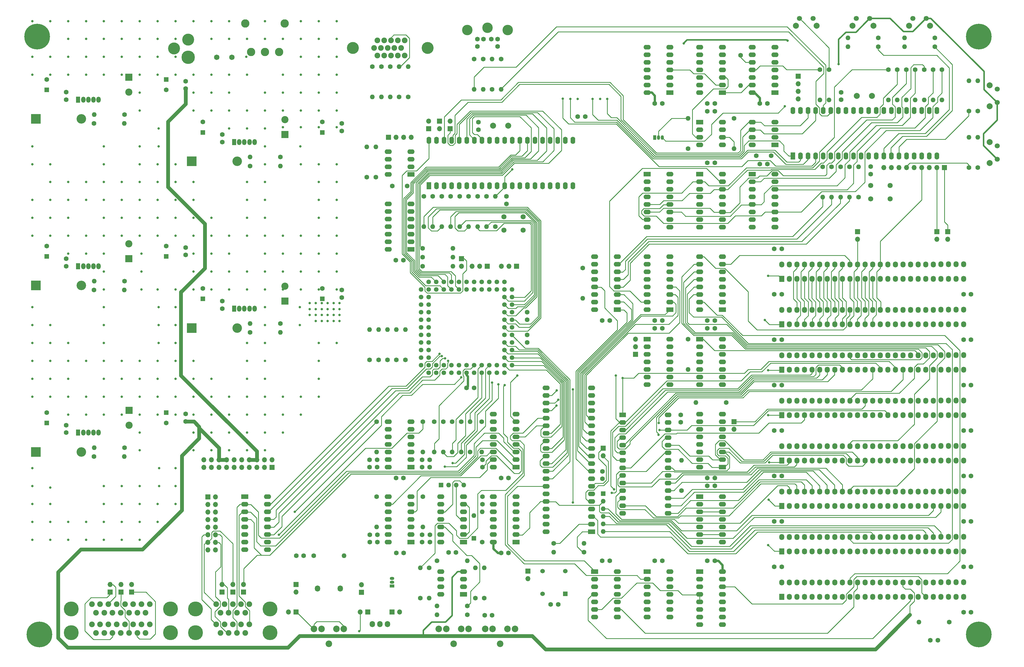
<source format=gbl>
G04 #@! TF.GenerationSoftware,KiCad,Pcbnew,(5.1.2)-1*
G04 #@! TF.CreationDate,2019-08-05T06:36:29-07:00*
G04 #@! TF.ProjectId,retroii,72657472-6f69-4692-9e6b-696361645f70,rev?*
G04 #@! TF.SameCoordinates,Original*
G04 #@! TF.FileFunction,Copper,L4,Bot*
G04 #@! TF.FilePolarity,Positive*
%FSLAX46Y46*%
G04 Gerber Fmt 4.6, Leading zero omitted, Abs format (unit mm)*
G04 Created by KiCad (PCBNEW (5.1.2)-1) date 2019-08-05 06:36:29*
%MOMM*%
%LPD*%
G04 APERTURE LIST*
%ADD10R,2.400000X1.600000*%
%ADD11O,2.400000X1.600000*%
%ADD12C,1.600000*%
%ADD13R,1.600000X1.600000*%
%ADD14R,2.400000X2.400000*%
%ADD15C,2.400000*%
%ADD16O,1.600000X1.600000*%
%ADD17O,3.200000X3.200000*%
%ADD18R,3.200000X3.200000*%
%ADD19C,4.000000*%
%ADD20C,1.900000*%
%ADD21C,2.200000*%
%ADD22O,1.700000X1.700000*%
%ADD23R,1.700000X1.700000*%
%ADD24C,4.500000*%
%ADD25O,1.727200X2.032000*%
%ADD26R,1.727200X2.032000*%
%ADD27C,3.500000*%
%ADD28O,1.800000X2.100000*%
%ADD29O,1.500000X1.050000*%
%ADD30R,1.500000X1.050000*%
%ADD31R,1.050000X1.500000*%
%ADD32O,1.050000X1.500000*%
%ADD33C,1.724000*%
%ADD34C,2.800000*%
%ADD35C,2.000000*%
%ADD36C,1.700000*%
%ADD37R,1.600000X2.400000*%
%ADD38O,1.600000X2.400000*%
%ADD39R,2.300000X1.600000*%
%ADD40O,2.300000X1.600000*%
%ADD41C,1.554000*%
%ADD42R,1.450000X2.000000*%
%ADD43O,1.450000X2.000000*%
%ADD44C,1.998980*%
%ADD45R,1.524000X1.524000*%
%ADD46C,1.524000*%
%ADD47C,5.000000*%
%ADD48C,8.600000*%
%ADD49C,0.900000*%
%ADD50C,1.824000*%
%ADD51C,0.800000*%
%ADD52C,0.508000*%
%ADD53C,1.270000*%
%ADD54C,0.254000*%
%ADD55C,0.762000*%
G04 APERTURE END LIST*
D10*
X338310000Y-162780000D03*
D11*
X345930000Y-180560000D03*
X338310000Y-165320000D03*
X345930000Y-178020000D03*
X338310000Y-167860000D03*
X345930000Y-175480000D03*
X338310000Y-170400000D03*
X345930000Y-172940000D03*
X338310000Y-172940000D03*
X345930000Y-170400000D03*
X338310000Y-175480000D03*
X345930000Y-167860000D03*
X338310000Y-178020000D03*
X345930000Y-165320000D03*
X338310000Y-180560000D03*
X345930000Y-162780000D03*
D12*
X218900000Y-264690000D03*
X221400000Y-264690000D03*
D10*
X303070000Y-162780000D03*
D11*
X310690000Y-180560000D03*
X303070000Y-165320000D03*
X310690000Y-178020000D03*
X303070000Y-167860000D03*
X310690000Y-175480000D03*
X303070000Y-170400000D03*
X310690000Y-172940000D03*
X303070000Y-172940000D03*
X310690000Y-170400000D03*
X303070000Y-175480000D03*
X310690000Y-167860000D03*
X303070000Y-178020000D03*
X310690000Y-165320000D03*
X303070000Y-180560000D03*
X310690000Y-162780000D03*
D10*
X328310000Y-135360000D03*
D11*
X320690000Y-120120000D03*
X328310000Y-132820000D03*
X320690000Y-122660000D03*
X328310000Y-130280000D03*
X320690000Y-125200000D03*
X328310000Y-127740000D03*
X320690000Y-127740000D03*
X328310000Y-125200000D03*
X320690000Y-130280000D03*
X328310000Y-122660000D03*
X320690000Y-132820000D03*
X328310000Y-120120000D03*
X320690000Y-135360000D03*
X328310000Y-145260000D03*
X320690000Y-152880000D03*
X328310000Y-147800000D03*
X320690000Y-150340000D03*
X328310000Y-150340000D03*
X320690000Y-147800000D03*
X328310000Y-152880000D03*
D10*
X320690000Y-145260000D03*
X320690000Y-162780000D03*
D11*
X328310000Y-180560000D03*
X320690000Y-165320000D03*
X328310000Y-178020000D03*
X320690000Y-167860000D03*
X328310000Y-175480000D03*
X320690000Y-170400000D03*
X328310000Y-172940000D03*
X320690000Y-172940000D03*
X328310000Y-170400000D03*
X320690000Y-175480000D03*
X328310000Y-167860000D03*
X320690000Y-178020000D03*
X328310000Y-165320000D03*
X320690000Y-180560000D03*
X328310000Y-162780000D03*
X338310000Y-135360000D03*
X345930000Y-120120000D03*
X338310000Y-132820000D03*
X345930000Y-122660000D03*
X338310000Y-130280000D03*
X345930000Y-125200000D03*
X338310000Y-127740000D03*
X345930000Y-127740000D03*
X338310000Y-125200000D03*
X345930000Y-130280000D03*
X338310000Y-122660000D03*
X345930000Y-132820000D03*
X338310000Y-120120000D03*
D10*
X345930000Y-135360000D03*
D11*
X251560000Y-286200000D03*
X259180000Y-270960000D03*
X251560000Y-283660000D03*
X259180000Y-273500000D03*
X251560000Y-281120000D03*
X259180000Y-276040000D03*
X251560000Y-278580000D03*
X259180000Y-278580000D03*
X251560000Y-276040000D03*
X259180000Y-281120000D03*
X251560000Y-273500000D03*
X259180000Y-283660000D03*
X251560000Y-270960000D03*
D10*
X259180000Y-286200000D03*
D12*
X255930000Y-170220000D03*
X255930000Y-172720000D03*
X246500000Y-145300000D03*
X246500000Y-147800000D03*
X222630000Y-166710000D03*
X217630000Y-166710000D03*
X325750000Y-141630000D03*
X323250000Y-141630000D03*
X210090000Y-283700000D03*
X210090000Y-286200000D03*
X227670000Y-258560000D03*
X227670000Y-261060000D03*
X212590000Y-261060000D03*
X212590000Y-258560000D03*
X227670000Y-283700000D03*
X227670000Y-286200000D03*
X221480000Y-289830000D03*
X218980000Y-289830000D03*
X251120000Y-310730000D03*
X248620000Y-310730000D03*
D10*
X310690000Y-135360000D03*
D11*
X303070000Y-120120000D03*
X310690000Y-132820000D03*
X303070000Y-122660000D03*
X310690000Y-130280000D03*
X303070000Y-125200000D03*
X310690000Y-127740000D03*
X303070000Y-127740000D03*
X310690000Y-125200000D03*
X303070000Y-130280000D03*
X310690000Y-122660000D03*
X303070000Y-132820000D03*
X310690000Y-120120000D03*
X303070000Y-135360000D03*
D12*
X187970000Y-290720000D03*
X185470000Y-290720000D03*
X288100000Y-262435000D03*
X288100000Y-264935000D03*
X270780000Y-307090000D03*
X273280000Y-307090000D03*
X314370000Y-245980000D03*
X314370000Y-243480000D03*
X262860000Y-211580000D03*
X262860000Y-209080000D03*
X262860000Y-216700000D03*
X262860000Y-219200000D03*
X245070000Y-234440000D03*
X242570000Y-234440000D03*
X101870000Y-130980000D03*
D13*
X101870000Y-134480000D03*
D12*
X154180000Y-201100000D03*
D13*
X154180000Y-204600000D03*
X101870000Y-190355000D03*
D12*
X101870000Y-186855000D03*
D14*
X129350000Y-130230000D03*
D15*
X129350000Y-135230000D03*
X181680000Y-200350000D03*
D14*
X181680000Y-205350000D03*
D15*
X129370000Y-186105000D03*
D14*
X129370000Y-191105000D03*
D13*
X141870000Y-130960000D03*
D12*
X141870000Y-134460000D03*
D13*
X194180000Y-204600000D03*
D12*
X194180000Y-201100000D03*
X141870000Y-186855000D03*
D13*
X141870000Y-190355000D03*
X154180000Y-148730000D03*
D12*
X154180000Y-145230000D03*
D13*
X101870000Y-246230000D03*
D12*
X101870000Y-242730000D03*
D14*
X181680000Y-149480000D03*
D15*
X181680000Y-144480000D03*
D14*
X129390000Y-242000000D03*
D15*
X129390000Y-247000000D03*
D12*
X194180000Y-145230000D03*
D13*
X194180000Y-148730000D03*
D12*
X141900000Y-246220000D03*
D13*
X141900000Y-242720000D03*
D12*
X279830000Y-143430000D03*
X282330000Y-143430000D03*
X378030000Y-162720000D03*
X378030000Y-160220000D03*
X368130000Y-137800000D03*
X368130000Y-135300000D03*
X339620000Y-156560000D03*
X344620000Y-156560000D03*
X247880000Y-273460000D03*
X247880000Y-270960000D03*
X308130000Y-214510000D03*
X305630000Y-214510000D03*
X323250000Y-214510000D03*
X325750000Y-214510000D03*
X254120000Y-289830000D03*
X256620000Y-289830000D03*
X239000000Y-289630000D03*
X236500000Y-289630000D03*
X256620000Y-264690000D03*
X254120000Y-264690000D03*
X343370000Y-139010000D03*
X340870000Y-139010000D03*
X325750000Y-158900000D03*
X323250000Y-158900000D03*
X340870000Y-159350000D03*
X343370000Y-159350000D03*
X288010000Y-292470000D03*
X290510000Y-292470000D03*
X308130000Y-292470000D03*
X305630000Y-292470000D03*
X323250000Y-267330000D03*
X325750000Y-267330000D03*
X325750000Y-264690000D03*
X323250000Y-264690000D03*
X305630000Y-211870000D03*
X308130000Y-211870000D03*
X325750000Y-292470000D03*
X323250000Y-292470000D03*
X288010000Y-211870000D03*
X290510000Y-211870000D03*
X325750000Y-211870000D03*
X323250000Y-211870000D03*
X221380000Y-191610000D03*
X218880000Y-191610000D03*
X308135000Y-139000000D03*
X305635000Y-139000000D03*
X323250000Y-139010000D03*
X325750000Y-139010000D03*
X409140000Y-309730000D03*
X411640000Y-309730000D03*
X411640000Y-279250000D03*
X409140000Y-279250000D03*
X409140000Y-263990000D03*
X411640000Y-263990000D03*
X411640000Y-203060000D03*
X409140000Y-203060000D03*
X409140000Y-218290000D03*
X411640000Y-218290000D03*
X411640000Y-233530000D03*
X409140000Y-233530000D03*
X409140000Y-248760000D03*
X411640000Y-248760000D03*
X411640000Y-294490000D03*
X409140000Y-294490000D03*
X348170000Y-233530000D03*
X345670000Y-233530000D03*
X345670000Y-294490000D03*
X348170000Y-294490000D03*
X348170000Y-203050000D03*
X345670000Y-203050000D03*
X345670000Y-248760000D03*
X348170000Y-248760000D03*
X348170000Y-218270000D03*
X345670000Y-218270000D03*
X345670000Y-279230000D03*
X348170000Y-279230000D03*
X345670000Y-264000000D03*
X348170000Y-264000000D03*
X348170000Y-187800000D03*
X345670000Y-187800000D03*
X247880000Y-258560000D03*
X247880000Y-261060000D03*
X230260000Y-283700000D03*
X230260000Y-286200000D03*
X212640000Y-283700000D03*
X212640000Y-286200000D03*
X230220000Y-258560000D03*
X230220000Y-261060000D03*
X210040000Y-261060000D03*
X210040000Y-258560000D03*
D13*
X245040000Y-284930000D03*
D16*
X245040000Y-277310000D03*
D17*
X113440000Y-144230000D03*
D18*
X98200000Y-144230000D03*
X150400000Y-214400000D03*
D17*
X165640000Y-214400000D03*
D18*
X98200000Y-200105000D03*
D17*
X113440000Y-200105000D03*
X165640000Y-158400000D03*
D18*
X150400000Y-158400000D03*
X98160000Y-255980000D03*
D17*
X113400000Y-255980000D03*
D11*
X328310000Y-296100000D03*
X320690000Y-313880000D03*
X328310000Y-298640000D03*
X320690000Y-311340000D03*
X328310000Y-301180000D03*
X320690000Y-308800000D03*
X328310000Y-303720000D03*
X320690000Y-306260000D03*
X328310000Y-306260000D03*
X320690000Y-303720000D03*
X328310000Y-308800000D03*
X320690000Y-301180000D03*
X328310000Y-311340000D03*
X320690000Y-298640000D03*
X328310000Y-313880000D03*
D10*
X320690000Y-296100000D03*
X310690000Y-208240000D03*
D11*
X303070000Y-190460000D03*
X310690000Y-205700000D03*
X303070000Y-193000000D03*
X310690000Y-203160000D03*
X303070000Y-195540000D03*
X310690000Y-200620000D03*
X303070000Y-198080000D03*
X310690000Y-198080000D03*
X303070000Y-200620000D03*
X310690000Y-195540000D03*
X303070000Y-203160000D03*
X310690000Y-193000000D03*
X303070000Y-205700000D03*
X310690000Y-190460000D03*
X303070000Y-208240000D03*
D10*
X293070000Y-208240000D03*
D11*
X285450000Y-190460000D03*
X293070000Y-205700000D03*
X285450000Y-193000000D03*
X293070000Y-203160000D03*
X285450000Y-195540000D03*
X293070000Y-200620000D03*
X285450000Y-198080000D03*
X293070000Y-198080000D03*
X285450000Y-200620000D03*
X293070000Y-195540000D03*
X285450000Y-203160000D03*
X293070000Y-193000000D03*
X285450000Y-205700000D03*
X293070000Y-190460000D03*
X285450000Y-208240000D03*
X310690000Y-296100000D03*
X303070000Y-311340000D03*
X310690000Y-298640000D03*
X303070000Y-308800000D03*
X310690000Y-301180000D03*
X303070000Y-306260000D03*
X310690000Y-303720000D03*
X303070000Y-303720000D03*
X310690000Y-306260000D03*
X303070000Y-301180000D03*
X310690000Y-308800000D03*
X303070000Y-298640000D03*
X310690000Y-311340000D03*
D10*
X303070000Y-296100000D03*
D11*
X320690000Y-208240000D03*
X328310000Y-190460000D03*
X320690000Y-205700000D03*
X328310000Y-193000000D03*
X320690000Y-203160000D03*
X328310000Y-195540000D03*
X320690000Y-200620000D03*
X328310000Y-198080000D03*
X320690000Y-198080000D03*
X328310000Y-200620000D03*
X320690000Y-195540000D03*
X328310000Y-203160000D03*
X320690000Y-193000000D03*
X328310000Y-205700000D03*
X320690000Y-190460000D03*
D10*
X328310000Y-208240000D03*
D11*
X269180000Y-282715000D03*
X284420000Y-234455000D03*
X269180000Y-280175000D03*
X284420000Y-236995000D03*
X269180000Y-277635000D03*
X284420000Y-239535000D03*
X269180000Y-275095000D03*
X284420000Y-242075000D03*
X269180000Y-272555000D03*
X284420000Y-244615000D03*
X269180000Y-270015000D03*
X284420000Y-247155000D03*
X269180000Y-267475000D03*
X284420000Y-249695000D03*
X269180000Y-264935000D03*
X284420000Y-252235000D03*
X269180000Y-262395000D03*
X284420000Y-254775000D03*
X269180000Y-259855000D03*
X284420000Y-257315000D03*
X269180000Y-257315000D03*
X284420000Y-259855000D03*
X269180000Y-254775000D03*
X284420000Y-262395000D03*
X269180000Y-252235000D03*
X284420000Y-264935000D03*
X269180000Y-249695000D03*
X284420000Y-267475000D03*
X269180000Y-247155000D03*
X284420000Y-270015000D03*
X269180000Y-244615000D03*
X284420000Y-272555000D03*
X269180000Y-242075000D03*
X284420000Y-275095000D03*
X269180000Y-239535000D03*
X284420000Y-277635000D03*
X269180000Y-236995000D03*
X284420000Y-280175000D03*
X269180000Y-234455000D03*
D10*
X284420000Y-282715000D03*
D11*
X320690000Y-261060000D03*
X328310000Y-243280000D03*
X320690000Y-258520000D03*
X328310000Y-245820000D03*
X320690000Y-255980000D03*
X328310000Y-248360000D03*
X320690000Y-253440000D03*
X328310000Y-250900000D03*
X320690000Y-250900000D03*
X328310000Y-253440000D03*
X320690000Y-248360000D03*
X328310000Y-255980000D03*
X320690000Y-245820000D03*
X328310000Y-258520000D03*
X320690000Y-243280000D03*
D10*
X328310000Y-261060000D03*
D11*
X251560000Y-261060000D03*
X259180000Y-243280000D03*
X251560000Y-258520000D03*
X259180000Y-245820000D03*
X251560000Y-255980000D03*
X259180000Y-248360000D03*
X251560000Y-253440000D03*
X259180000Y-250900000D03*
X251560000Y-250900000D03*
X259180000Y-253440000D03*
X251560000Y-248360000D03*
X259180000Y-255980000D03*
X251560000Y-245820000D03*
X259180000Y-258520000D03*
X251560000Y-243280000D03*
D10*
X259180000Y-261060000D03*
X223940000Y-286200000D03*
D11*
X216320000Y-270960000D03*
X223940000Y-283660000D03*
X216320000Y-273500000D03*
X223940000Y-281120000D03*
X216320000Y-276040000D03*
X223940000Y-278580000D03*
X216320000Y-278580000D03*
X223940000Y-276040000D03*
X216320000Y-281120000D03*
X223940000Y-273500000D03*
X216320000Y-283660000D03*
X223940000Y-270960000D03*
X216320000Y-286200000D03*
X216320000Y-261060000D03*
X223940000Y-245820000D03*
X216320000Y-258520000D03*
X223940000Y-248360000D03*
X216320000Y-255980000D03*
X223940000Y-250900000D03*
X216320000Y-253440000D03*
X223940000Y-253440000D03*
X216320000Y-250900000D03*
X223940000Y-255980000D03*
X216320000Y-248360000D03*
X223940000Y-258520000D03*
X216320000Y-245820000D03*
D10*
X223940000Y-261060000D03*
D19*
X204480000Y-120390000D03*
X229470000Y-120390000D03*
D20*
X221790000Y-117850000D03*
X219510000Y-117850000D03*
X217230000Y-117850000D03*
X214950000Y-117850000D03*
X212670000Y-117850000D03*
X213810000Y-120390000D03*
X216090000Y-120390000D03*
X218370000Y-120390000D03*
X220650000Y-120390000D03*
X211530000Y-120390000D03*
X221790000Y-122930000D03*
X219510000Y-122930000D03*
X217230000Y-122930000D03*
X214950000Y-122930000D03*
X212670000Y-122930000D03*
D21*
X251270000Y-315330000D03*
X256270000Y-315330000D03*
X248770000Y-315330000D03*
X258770000Y-315330000D03*
X253770000Y-320330000D03*
X238250000Y-320330000D03*
X243250000Y-315330000D03*
X233250000Y-315330000D03*
X240750000Y-315330000D03*
X235750000Y-315330000D03*
D22*
X220120000Y-309610000D03*
D23*
X217580000Y-309610000D03*
D24*
X149240000Y-123576000D03*
D19*
X149240000Y-117576000D03*
X144540000Y-120576000D03*
D23*
X177330000Y-261120000D03*
D22*
X177330000Y-258580000D03*
X174790000Y-261120000D03*
X174790000Y-258580000D03*
X172250000Y-261120000D03*
X172250000Y-258580000D03*
X169710000Y-261120000D03*
X169710000Y-258580000D03*
X167170000Y-261120000D03*
X167170000Y-258580000D03*
X164630000Y-261120000D03*
X164630000Y-258580000D03*
X162090000Y-261120000D03*
X162090000Y-258580000D03*
X159550000Y-261120000D03*
X159550000Y-258580000D03*
X157010000Y-261120000D03*
X157010000Y-258580000D03*
X154470000Y-261120000D03*
X154470000Y-258580000D03*
D25*
X348170000Y-299720000D03*
X350710000Y-299720000D03*
X353250000Y-299720000D03*
X355790000Y-299720000D03*
X358330000Y-299720000D03*
X360870000Y-299720000D03*
X363410000Y-299720000D03*
X365950000Y-299720000D03*
X368490000Y-299720000D03*
X371030000Y-299720000D03*
X373570000Y-299720000D03*
X376110000Y-299720000D03*
X378650000Y-299720000D03*
X381190000Y-299720000D03*
X383730000Y-299720000D03*
X386270000Y-299720000D03*
X388810000Y-299720000D03*
X391350000Y-299720000D03*
X393890000Y-299720000D03*
X396430000Y-299720000D03*
X398970000Y-299720000D03*
X401530000Y-299680000D03*
X404070000Y-299680000D03*
X406610000Y-299680000D03*
X409150000Y-299680000D03*
X409150000Y-304530000D03*
X406610000Y-304530000D03*
X404070000Y-304530000D03*
X401530000Y-304530000D03*
X398990000Y-304530000D03*
X396450000Y-304530000D03*
X393910000Y-304530000D03*
X391370000Y-304530000D03*
X388830000Y-304530000D03*
X386290000Y-304530000D03*
X383750000Y-304530000D03*
X381210000Y-304530000D03*
X378670000Y-304530000D03*
X376130000Y-304530000D03*
X373590000Y-304530000D03*
X371050000Y-304530000D03*
X368510000Y-304530000D03*
X365970000Y-304530000D03*
X363430000Y-304530000D03*
X360890000Y-304530000D03*
X358350000Y-304530000D03*
X355810000Y-304530000D03*
X353270000Y-304530000D03*
X350730000Y-304530000D03*
D26*
X348190000Y-304530000D03*
D11*
X233940000Y-286200000D03*
X241560000Y-270960000D03*
X233940000Y-283660000D03*
X241560000Y-273500000D03*
X233940000Y-281120000D03*
X241560000Y-276040000D03*
X233940000Y-278580000D03*
X241560000Y-278580000D03*
X233940000Y-276040000D03*
X241560000Y-281120000D03*
X233940000Y-273500000D03*
X241560000Y-283660000D03*
X233940000Y-270960000D03*
D10*
X241560000Y-286200000D03*
D11*
X175870000Y-270960000D03*
X168250000Y-288740000D03*
X175870000Y-273500000D03*
X168250000Y-286200000D03*
X175870000Y-276040000D03*
X168250000Y-283660000D03*
X175870000Y-278580000D03*
X168250000Y-281120000D03*
X175870000Y-281120000D03*
X168250000Y-278580000D03*
X175870000Y-283660000D03*
X168250000Y-276040000D03*
X175870000Y-286200000D03*
X168250000Y-273500000D03*
X175870000Y-288740000D03*
D10*
X168250000Y-270960000D03*
D25*
X348170000Y-238760000D03*
X350710000Y-238760000D03*
X353250000Y-238760000D03*
X355790000Y-238760000D03*
X358330000Y-238760000D03*
X360870000Y-238760000D03*
X363410000Y-238760000D03*
X365950000Y-238760000D03*
X368490000Y-238760000D03*
X371030000Y-238760000D03*
X373570000Y-238760000D03*
X376110000Y-238760000D03*
X378650000Y-238760000D03*
X381190000Y-238760000D03*
X383730000Y-238760000D03*
X386270000Y-238760000D03*
X388810000Y-238760000D03*
X391350000Y-238760000D03*
X393890000Y-238760000D03*
X396430000Y-238760000D03*
X398970000Y-238760000D03*
X401530000Y-238720000D03*
X404070000Y-238720000D03*
X406610000Y-238720000D03*
X409150000Y-238720000D03*
X409150000Y-243570000D03*
X406610000Y-243570000D03*
X404070000Y-243570000D03*
X401530000Y-243570000D03*
X398990000Y-243570000D03*
X396450000Y-243570000D03*
X393910000Y-243570000D03*
X391370000Y-243570000D03*
X388830000Y-243570000D03*
X386290000Y-243570000D03*
X383750000Y-243570000D03*
X381210000Y-243570000D03*
X378670000Y-243570000D03*
X376130000Y-243570000D03*
X373590000Y-243570000D03*
X371050000Y-243570000D03*
X368510000Y-243570000D03*
X365970000Y-243570000D03*
X363430000Y-243570000D03*
X360890000Y-243570000D03*
X358350000Y-243570000D03*
X355810000Y-243570000D03*
X353270000Y-243570000D03*
X350730000Y-243570000D03*
D26*
X348190000Y-243570000D03*
X348190000Y-289290000D03*
D25*
X350730000Y-289290000D03*
X353270000Y-289290000D03*
X355810000Y-289290000D03*
X358350000Y-289290000D03*
X360890000Y-289290000D03*
X363430000Y-289290000D03*
X365970000Y-289290000D03*
X368510000Y-289290000D03*
X371050000Y-289290000D03*
X373590000Y-289290000D03*
X376130000Y-289290000D03*
X378670000Y-289290000D03*
X381210000Y-289290000D03*
X383750000Y-289290000D03*
X386290000Y-289290000D03*
X388830000Y-289290000D03*
X391370000Y-289290000D03*
X393910000Y-289290000D03*
X396450000Y-289290000D03*
X398990000Y-289290000D03*
X401530000Y-289290000D03*
X404070000Y-289290000D03*
X406610000Y-289290000D03*
X409150000Y-289290000D03*
X409150000Y-284440000D03*
X406610000Y-284440000D03*
X404070000Y-284440000D03*
X401530000Y-284440000D03*
X398970000Y-284480000D03*
X396430000Y-284480000D03*
X393890000Y-284480000D03*
X391350000Y-284480000D03*
X388810000Y-284480000D03*
X386270000Y-284480000D03*
X383730000Y-284480000D03*
X381190000Y-284480000D03*
X378650000Y-284480000D03*
X376110000Y-284480000D03*
X373570000Y-284480000D03*
X371030000Y-284480000D03*
X368490000Y-284480000D03*
X365950000Y-284480000D03*
X363410000Y-284480000D03*
X360870000Y-284480000D03*
X358330000Y-284480000D03*
X355790000Y-284480000D03*
X353250000Y-284480000D03*
X350710000Y-284480000D03*
X348170000Y-284480000D03*
D26*
X348190000Y-228330000D03*
D25*
X350730000Y-228330000D03*
X353270000Y-228330000D03*
X355810000Y-228330000D03*
X358350000Y-228330000D03*
X360890000Y-228330000D03*
X363430000Y-228330000D03*
X365970000Y-228330000D03*
X368510000Y-228330000D03*
X371050000Y-228330000D03*
X373590000Y-228330000D03*
X376130000Y-228330000D03*
X378670000Y-228330000D03*
X381210000Y-228330000D03*
X383750000Y-228330000D03*
X386290000Y-228330000D03*
X388830000Y-228330000D03*
X391370000Y-228330000D03*
X393910000Y-228330000D03*
X396450000Y-228330000D03*
X398990000Y-228330000D03*
X401530000Y-228330000D03*
X404070000Y-228330000D03*
X406610000Y-228330000D03*
X409150000Y-228330000D03*
X409150000Y-223480000D03*
X406610000Y-223480000D03*
X404070000Y-223480000D03*
X401530000Y-223480000D03*
X398970000Y-223520000D03*
X396430000Y-223520000D03*
X393890000Y-223520000D03*
X391350000Y-223520000D03*
X388810000Y-223520000D03*
X386270000Y-223520000D03*
X383730000Y-223520000D03*
X381190000Y-223520000D03*
X378650000Y-223520000D03*
X376110000Y-223520000D03*
X373570000Y-223520000D03*
X371030000Y-223520000D03*
X368490000Y-223520000D03*
X365950000Y-223520000D03*
X363410000Y-223520000D03*
X360870000Y-223520000D03*
X358330000Y-223520000D03*
X355790000Y-223520000D03*
X353250000Y-223520000D03*
X350710000Y-223520000D03*
X348170000Y-223520000D03*
X348170000Y-269240000D03*
X350710000Y-269240000D03*
X353250000Y-269240000D03*
X355790000Y-269240000D03*
X358330000Y-269240000D03*
X360870000Y-269240000D03*
X363410000Y-269240000D03*
X365950000Y-269240000D03*
X368490000Y-269240000D03*
X371030000Y-269240000D03*
X373570000Y-269240000D03*
X376110000Y-269240000D03*
X378650000Y-269240000D03*
X381190000Y-269240000D03*
X383730000Y-269240000D03*
X386270000Y-269240000D03*
X388810000Y-269240000D03*
X391350000Y-269240000D03*
X393890000Y-269240000D03*
X396430000Y-269240000D03*
X398970000Y-269240000D03*
X401530000Y-269200000D03*
X404070000Y-269200000D03*
X406610000Y-269200000D03*
X409150000Y-269200000D03*
X409150000Y-274050000D03*
X406610000Y-274050000D03*
X404070000Y-274050000D03*
X401530000Y-274050000D03*
X398990000Y-274050000D03*
X396450000Y-274050000D03*
X393910000Y-274050000D03*
X391370000Y-274050000D03*
X388830000Y-274050000D03*
X386290000Y-274050000D03*
X383750000Y-274050000D03*
X381210000Y-274050000D03*
X378670000Y-274050000D03*
X376130000Y-274050000D03*
X373590000Y-274050000D03*
X371050000Y-274050000D03*
X368510000Y-274050000D03*
X365970000Y-274050000D03*
X363430000Y-274050000D03*
X360890000Y-274050000D03*
X358350000Y-274050000D03*
X355810000Y-274050000D03*
X353270000Y-274050000D03*
X350730000Y-274050000D03*
D26*
X348190000Y-274050000D03*
D25*
X348170000Y-208280000D03*
X350710000Y-208280000D03*
X353250000Y-208280000D03*
X355790000Y-208280000D03*
X358330000Y-208280000D03*
X360870000Y-208280000D03*
X363410000Y-208280000D03*
X365950000Y-208280000D03*
X368490000Y-208280000D03*
X371030000Y-208280000D03*
X373570000Y-208280000D03*
X376110000Y-208280000D03*
X378650000Y-208280000D03*
X381190000Y-208280000D03*
X383730000Y-208280000D03*
X386270000Y-208280000D03*
X388810000Y-208280000D03*
X391350000Y-208280000D03*
X393890000Y-208280000D03*
X396430000Y-208280000D03*
X398970000Y-208280000D03*
X401530000Y-208240000D03*
X404070000Y-208240000D03*
X406610000Y-208240000D03*
X409150000Y-208240000D03*
X409150000Y-213090000D03*
X406610000Y-213090000D03*
X404070000Y-213090000D03*
X401530000Y-213090000D03*
X398990000Y-213090000D03*
X396450000Y-213090000D03*
X393910000Y-213090000D03*
X391370000Y-213090000D03*
X388830000Y-213090000D03*
X386290000Y-213090000D03*
X383750000Y-213090000D03*
X381210000Y-213090000D03*
X378670000Y-213090000D03*
X376130000Y-213090000D03*
X373590000Y-213090000D03*
X371050000Y-213090000D03*
X368510000Y-213090000D03*
X365970000Y-213090000D03*
X363430000Y-213090000D03*
X360890000Y-213090000D03*
X358350000Y-213090000D03*
X355810000Y-213090000D03*
X353270000Y-213090000D03*
X350730000Y-213090000D03*
D26*
X348190000Y-213090000D03*
X348190000Y-258810000D03*
D25*
X350730000Y-258810000D03*
X353270000Y-258810000D03*
X355810000Y-258810000D03*
X358350000Y-258810000D03*
X360890000Y-258810000D03*
X363430000Y-258810000D03*
X365970000Y-258810000D03*
X368510000Y-258810000D03*
X371050000Y-258810000D03*
X373590000Y-258810000D03*
X376130000Y-258810000D03*
X378670000Y-258810000D03*
X381210000Y-258810000D03*
X383750000Y-258810000D03*
X386290000Y-258810000D03*
X388830000Y-258810000D03*
X391370000Y-258810000D03*
X393910000Y-258810000D03*
X396450000Y-258810000D03*
X398990000Y-258810000D03*
X401530000Y-258810000D03*
X404070000Y-258810000D03*
X406610000Y-258810000D03*
X409150000Y-258810000D03*
X409150000Y-253960000D03*
X406610000Y-253960000D03*
X404070000Y-253960000D03*
X401530000Y-253960000D03*
X398970000Y-254000000D03*
X396430000Y-254000000D03*
X393890000Y-254000000D03*
X391350000Y-254000000D03*
X388810000Y-254000000D03*
X386270000Y-254000000D03*
X383730000Y-254000000D03*
X381190000Y-254000000D03*
X378650000Y-254000000D03*
X376110000Y-254000000D03*
X373570000Y-254000000D03*
X371030000Y-254000000D03*
X368490000Y-254000000D03*
X365950000Y-254000000D03*
X363410000Y-254000000D03*
X360870000Y-254000000D03*
X358330000Y-254000000D03*
X355790000Y-254000000D03*
X353250000Y-254000000D03*
X350710000Y-254000000D03*
X348170000Y-254000000D03*
D26*
X348190000Y-197850000D03*
D25*
X350730000Y-197850000D03*
X353270000Y-197850000D03*
X355810000Y-197850000D03*
X358350000Y-197850000D03*
X360890000Y-197850000D03*
X363430000Y-197850000D03*
X365970000Y-197850000D03*
X368510000Y-197850000D03*
X371050000Y-197850000D03*
X373590000Y-197850000D03*
X376130000Y-197850000D03*
X378670000Y-197850000D03*
X381210000Y-197850000D03*
X383750000Y-197850000D03*
X386290000Y-197850000D03*
X388830000Y-197850000D03*
X391370000Y-197850000D03*
X393910000Y-197850000D03*
X396450000Y-197850000D03*
X398990000Y-197850000D03*
X401530000Y-197850000D03*
X404070000Y-197850000D03*
X406610000Y-197850000D03*
X409150000Y-197850000D03*
X409150000Y-193000000D03*
X406610000Y-193000000D03*
X404070000Y-193000000D03*
X401530000Y-193000000D03*
X398970000Y-193040000D03*
X396430000Y-193040000D03*
X393890000Y-193040000D03*
X391350000Y-193040000D03*
X388810000Y-193040000D03*
X386270000Y-193040000D03*
X383730000Y-193040000D03*
X381190000Y-193040000D03*
X378650000Y-193040000D03*
X376110000Y-193040000D03*
X373570000Y-193040000D03*
X371030000Y-193040000D03*
X368490000Y-193040000D03*
X365950000Y-193040000D03*
X363410000Y-193040000D03*
X360870000Y-193040000D03*
X358330000Y-193040000D03*
X355790000Y-193040000D03*
X353250000Y-193040000D03*
X350710000Y-193040000D03*
X348170000Y-193040000D03*
D23*
X402730000Y-160570000D03*
D22*
X400190000Y-160570000D03*
X397650000Y-160570000D03*
X395110000Y-160570000D03*
X392570000Y-160570000D03*
X390030000Y-160570000D03*
X387490000Y-160570000D03*
X384950000Y-160570000D03*
X382410000Y-160570000D03*
D23*
X288310000Y-254725000D03*
D22*
X288310000Y-257265000D03*
D21*
X196430000Y-320330000D03*
X201430000Y-315330000D03*
X191430000Y-315330000D03*
X198930000Y-315330000D03*
X193930000Y-315330000D03*
D23*
X332200000Y-245770000D03*
D22*
X332200000Y-248310000D03*
X229880000Y-144970000D03*
D23*
X229880000Y-147510000D03*
D22*
X233480000Y-147500000D03*
D23*
X233480000Y-144960000D03*
X237080000Y-147510000D03*
D22*
X237080000Y-144970000D03*
D23*
X240840000Y-191130000D03*
D22*
X240840000Y-193670000D03*
X299180000Y-218080000D03*
X299180000Y-220620000D03*
D23*
X299180000Y-223160000D03*
D22*
X244450000Y-193670000D03*
X246990000Y-193670000D03*
D23*
X249530000Y-193670000D03*
X259290000Y-193670000D03*
D22*
X256750000Y-193670000D03*
X254210000Y-193670000D03*
D23*
X160605000Y-302990000D03*
D22*
X160605000Y-300450000D03*
X164205000Y-300450000D03*
D23*
X164205000Y-302990000D03*
D22*
X167805000Y-300450000D03*
D23*
X167805000Y-302990000D03*
X123080000Y-302990000D03*
D22*
X123080000Y-300450000D03*
X126680000Y-300450000D03*
D23*
X126680000Y-302990000D03*
X130280000Y-302990000D03*
D22*
X130280000Y-300450000D03*
D23*
X185420000Y-309610000D03*
D22*
X182880000Y-309610000D03*
D23*
X209400000Y-309610000D03*
D22*
X206860000Y-309610000D03*
X207350000Y-300460000D03*
D23*
X207350000Y-303000000D03*
D22*
X185420000Y-302990000D03*
D23*
X185420000Y-300450000D03*
D12*
X252960000Y-119930000D03*
X246160000Y-119930000D03*
X252960000Y-117430000D03*
X246160000Y-117430000D03*
X248260000Y-117430000D03*
X250860000Y-117430000D03*
D27*
X249560000Y-113630000D03*
X242810000Y-114430000D03*
X256310000Y-114430000D03*
D11*
X233940000Y-303720000D03*
X241560000Y-296100000D03*
X233940000Y-301180000D03*
X241560000Y-298640000D03*
X233940000Y-298640000D03*
X241560000Y-301180000D03*
X233940000Y-296100000D03*
D10*
X241560000Y-303720000D03*
D12*
X397962620Y-319105000D03*
X400502620Y-319105000D03*
D28*
X200180000Y-301740000D03*
X192580000Y-301740000D03*
D23*
X216350000Y-150390000D03*
D22*
X218890000Y-150390000D03*
X221430000Y-150390000D03*
X223970000Y-150390000D03*
X353750000Y-137550000D03*
X353750000Y-135010000D03*
X353750000Y-132470000D03*
D23*
X353750000Y-129930000D03*
D29*
X217535000Y-299615000D03*
X217535000Y-298345000D03*
D30*
X217535000Y-300885000D03*
D31*
X305610000Y-150480000D03*
D32*
X308150000Y-150480000D03*
X306880000Y-150480000D03*
D12*
X329580000Y-239400000D03*
D16*
X319420000Y-239400000D03*
D12*
X252230000Y-180380000D03*
D16*
X252230000Y-170220000D03*
X228230000Y-180380000D03*
D12*
X228230000Y-170220000D03*
X231230000Y-170220000D03*
D16*
X231230000Y-180380000D03*
D12*
X234230000Y-170220000D03*
D16*
X234230000Y-180380000D03*
D12*
X237230000Y-170220000D03*
D16*
X237230000Y-180380000D03*
X240230000Y-180380000D03*
D12*
X240230000Y-170220000D03*
X243230000Y-170220000D03*
D16*
X243230000Y-180380000D03*
X246230000Y-180380000D03*
D12*
X246230000Y-170220000D03*
X249230000Y-170220000D03*
D16*
X249230000Y-180380000D03*
D12*
X219980000Y-136820000D03*
D16*
X219980000Y-126660000D03*
X222990000Y-126660000D03*
D12*
X222990000Y-136820000D03*
D16*
X216980000Y-136820000D03*
D12*
X216980000Y-126660000D03*
X316760000Y-154150000D03*
D16*
X316760000Y-143990000D03*
D12*
X230010000Y-294830000D03*
D16*
X230010000Y-304990000D03*
X242830000Y-292420000D03*
D12*
X232670000Y-292420000D03*
D16*
X248490000Y-294830000D03*
D12*
X248490000Y-304990000D03*
D16*
X232670000Y-310600000D03*
D12*
X242830000Y-310600000D03*
X242830000Y-307600000D03*
D16*
X232670000Y-307600000D03*
X227870000Y-281120000D03*
D12*
X227870000Y-270960000D03*
D16*
X212390000Y-281120000D03*
D12*
X212390000Y-270960000D03*
X227870000Y-245820000D03*
D16*
X227870000Y-255980000D03*
D12*
X212390000Y-245820000D03*
D16*
X212390000Y-255980000D03*
D12*
X247830000Y-286200000D03*
D16*
X247830000Y-276040000D03*
X201460000Y-290720000D03*
D12*
X191300000Y-290720000D03*
D16*
X332240000Y-154150000D03*
D12*
X332240000Y-143990000D03*
D16*
X213980000Y-136820000D03*
D12*
X213980000Y-126660000D03*
D16*
X281520000Y-204430000D03*
D12*
X281520000Y-194270000D03*
D16*
X227010000Y-294830000D03*
D12*
X227010000Y-304990000D03*
X245490000Y-304990000D03*
D16*
X245490000Y-294830000D03*
D12*
X210980000Y-126660000D03*
D16*
X210980000Y-136820000D03*
X209140000Y-153610000D03*
D12*
X209140000Y-163770000D03*
D16*
X212170000Y-153610000D03*
D12*
X212170000Y-163770000D03*
X314620000Y-268880000D03*
D16*
X314620000Y-258720000D03*
X231750000Y-255980000D03*
D12*
X231750000Y-245820000D03*
X234750000Y-245820000D03*
D16*
X234750000Y-255980000D03*
X237750000Y-255980000D03*
D12*
X237750000Y-245820000D03*
X240750000Y-245820000D03*
D16*
X240750000Y-255980000D03*
X243750000Y-245820000D03*
D12*
X243750000Y-255980000D03*
X222050000Y-225060000D03*
D16*
X222050000Y-214900000D03*
X219050000Y-214900000D03*
D12*
X219050000Y-225060000D03*
X316760000Y-218140000D03*
D16*
X316760000Y-228300000D03*
D12*
X227780000Y-193630000D03*
D16*
X237940000Y-193630000D03*
D12*
X227780000Y-190630000D03*
D16*
X237940000Y-190630000D03*
D12*
X227780000Y-187630000D03*
D16*
X237940000Y-187630000D03*
X216050000Y-214900000D03*
D12*
X216050000Y-225060000D03*
D16*
X213050000Y-214900000D03*
D12*
X213050000Y-225060000D03*
D16*
X210050000Y-214900000D03*
D12*
X210050000Y-225060000D03*
D16*
X394145000Y-313045000D03*
D12*
X404305000Y-313045000D03*
X373930000Y-170420000D03*
D16*
X373930000Y-160260000D03*
X245110000Y-134250000D03*
D12*
X245110000Y-124090000D03*
D16*
X254110000Y-134250000D03*
D12*
X254110000Y-124090000D03*
X248110000Y-124090000D03*
D16*
X248110000Y-134250000D03*
X251110000Y-124090000D03*
D12*
X251110000Y-134250000D03*
X281880000Y-289595000D03*
D16*
X271720000Y-289595000D03*
D12*
X334380000Y-122870000D03*
D16*
X334380000Y-133030000D03*
X370370000Y-116980000D03*
D12*
X380530000Y-116980000D03*
D16*
X389370000Y-116980000D03*
D12*
X399530000Y-116980000D03*
X413930000Y-141580000D03*
D16*
X413930000Y-131420000D03*
D12*
X413930000Y-160580000D03*
D16*
X413930000Y-150420000D03*
D12*
X380530000Y-119980000D03*
D16*
X370370000Y-119980000D03*
X389370000Y-119980000D03*
D12*
X399530000Y-119980000D03*
X410930000Y-141580000D03*
D16*
X410930000Y-131420000D03*
X410930000Y-150420000D03*
D12*
X410930000Y-160580000D03*
X247630000Y-245820000D03*
D16*
X247630000Y-255980000D03*
D12*
X361930000Y-160260000D03*
D16*
X361930000Y-170420000D03*
X364930000Y-170420000D03*
D12*
X364930000Y-160260000D03*
D16*
X367930000Y-170420000D03*
D12*
X367930000Y-160260000D03*
D16*
X370930000Y-170420000D03*
D12*
X370930000Y-160260000D03*
D16*
X361030000Y-137860000D03*
D12*
X361030000Y-127700000D03*
D16*
X364030000Y-137860000D03*
D12*
X364030000Y-127700000D03*
D16*
X383930000Y-137860000D03*
D12*
X383930000Y-127700000D03*
X386930000Y-127700000D03*
D16*
X386930000Y-137860000D03*
D12*
X389930000Y-127700000D03*
D16*
X389930000Y-137860000D03*
X392930000Y-137860000D03*
D12*
X392930000Y-127700000D03*
D16*
X395930000Y-137860000D03*
D12*
X395930000Y-127700000D03*
X398930000Y-127700000D03*
D16*
X398930000Y-137860000D03*
D12*
X401930000Y-127700000D03*
D16*
X401930000Y-137860000D03*
X117710000Y-198605000D03*
D12*
X127870000Y-198605000D03*
X117620000Y-201605000D03*
D16*
X127780000Y-201605000D03*
D12*
X127870000Y-142730000D03*
D16*
X117710000Y-142730000D03*
X127780000Y-145730000D03*
D12*
X117620000Y-145730000D03*
X180180000Y-212850000D03*
D16*
X170020000Y-212850000D03*
X180180000Y-215850000D03*
D12*
X170020000Y-215850000D03*
X127870000Y-254480000D03*
D16*
X117710000Y-254480000D03*
D12*
X117620000Y-257480000D03*
D16*
X127780000Y-257480000D03*
D12*
X180180000Y-157000000D03*
D16*
X170020000Y-157000000D03*
X180160000Y-160000000D03*
D12*
X170000000Y-160000000D03*
D13*
X288380000Y-269965000D03*
D16*
X288380000Y-272505000D03*
X288380000Y-275045000D03*
X288380000Y-277585000D03*
X288380000Y-280125000D03*
X288380000Y-282665000D03*
D28*
X216030000Y-313730000D03*
X213490000Y-313730000D03*
X210950000Y-313730000D03*
D33*
X261550000Y-181540000D03*
X255050000Y-181540000D03*
X255050000Y-177040000D03*
X261550000Y-177040000D03*
D34*
X168415000Y-112200000D03*
X181625000Y-112200000D03*
X170320000Y-121730000D03*
X175020000Y-121730000D03*
X179720000Y-121730000D03*
D35*
X397930000Y-112980000D03*
X390920000Y-112980000D03*
D36*
X392175000Y-110490000D03*
X396675000Y-110490000D03*
X377675000Y-110490000D03*
X373175000Y-110490000D03*
D35*
X371920000Y-112980000D03*
X378930000Y-112980000D03*
D33*
X384530000Y-166520000D03*
X378030000Y-166520000D03*
X378030000Y-171020000D03*
X384530000Y-171020000D03*
D35*
X359930000Y-112980000D03*
X352920000Y-112980000D03*
D36*
X354175000Y-110490000D03*
X358675000Y-110490000D03*
X420420000Y-138725000D03*
X420420000Y-134225000D03*
D35*
X417930000Y-132970000D03*
X417930000Y-139980000D03*
X417930000Y-158980000D03*
X417930000Y-151970000D03*
D36*
X420420000Y-153225000D03*
X420420000Y-157725000D03*
D10*
X285450000Y-296100000D03*
D11*
X293070000Y-311340000D03*
X285450000Y-298640000D03*
X293070000Y-308800000D03*
X285450000Y-301180000D03*
X293070000Y-306260000D03*
X285450000Y-303720000D03*
X293070000Y-303720000D03*
X285450000Y-306260000D03*
X293070000Y-301180000D03*
X285450000Y-308800000D03*
X293070000Y-298640000D03*
X285450000Y-311340000D03*
X293070000Y-296100000D03*
D10*
X320690000Y-270960000D03*
D11*
X328310000Y-286200000D03*
X320690000Y-273500000D03*
X328310000Y-283660000D03*
X320690000Y-276040000D03*
X328310000Y-281120000D03*
X320690000Y-278580000D03*
X328310000Y-278580000D03*
X320690000Y-281120000D03*
X328310000Y-276040000D03*
X320690000Y-283660000D03*
X328310000Y-273500000D03*
X320690000Y-286200000D03*
X328310000Y-270960000D03*
D37*
X229940000Y-166640000D03*
D38*
X278200000Y-151400000D03*
X232480000Y-166640000D03*
X275660000Y-151400000D03*
X235020000Y-166640000D03*
X273120000Y-151400000D03*
X237560000Y-166640000D03*
X270580000Y-151400000D03*
X240100000Y-166640000D03*
X268040000Y-151400000D03*
X242640000Y-166640000D03*
X265500000Y-151400000D03*
X245180000Y-166640000D03*
X262960000Y-151400000D03*
X247720000Y-166640000D03*
X260420000Y-151400000D03*
X250260000Y-166640000D03*
X257880000Y-151400000D03*
X252800000Y-166640000D03*
X255340000Y-151400000D03*
X255340000Y-166640000D03*
X252800000Y-151400000D03*
X257880000Y-166640000D03*
X250260000Y-151400000D03*
X260420000Y-166640000D03*
X247720000Y-151400000D03*
X262960000Y-166640000D03*
X245180000Y-151400000D03*
X265500000Y-166640000D03*
X242640000Y-151400000D03*
X268040000Y-166640000D03*
X240100000Y-151400000D03*
X270580000Y-166640000D03*
X237560000Y-151400000D03*
X273120000Y-166640000D03*
X235020000Y-151400000D03*
X275660000Y-166640000D03*
X232480000Y-151400000D03*
X278200000Y-166640000D03*
X229940000Y-151400000D03*
D10*
X223940000Y-162830000D03*
D11*
X216320000Y-155210000D03*
X223940000Y-160290000D03*
X216320000Y-157750000D03*
X223940000Y-157750000D03*
X216320000Y-160290000D03*
X223940000Y-155210000D03*
X216320000Y-162830000D03*
D39*
X294840000Y-243480000D03*
D40*
X294840000Y-246020000D03*
X294840000Y-248560000D03*
X294840000Y-251100000D03*
X294840000Y-253640000D03*
X294840000Y-256180000D03*
X294840000Y-258720000D03*
X294840000Y-261260000D03*
X294840000Y-263800000D03*
X294840000Y-266340000D03*
X294840000Y-268880000D03*
X294840000Y-271420000D03*
X294840000Y-273960000D03*
X294840000Y-276500000D03*
X310080000Y-276500000D03*
X310080000Y-273960000D03*
X310080000Y-271420000D03*
X310080000Y-268880000D03*
X310080000Y-266340000D03*
X310080000Y-263800000D03*
X310080000Y-261260000D03*
X310080000Y-258720000D03*
X310080000Y-256180000D03*
X310080000Y-253640000D03*
X310080000Y-251100000D03*
X310080000Y-248560000D03*
X310080000Y-246020000D03*
X310080000Y-243480000D03*
D41*
X229870000Y-198920000D03*
X232410000Y-198920000D03*
X234950000Y-198920000D03*
X240030000Y-198920000D03*
X237490000Y-198920000D03*
X242570000Y-198920000D03*
X245110000Y-198920000D03*
X247650000Y-198920000D03*
X250190000Y-198920000D03*
X252730000Y-198920000D03*
X255270000Y-198920000D03*
X229870000Y-201460000D03*
X232410000Y-201460000D03*
X234950000Y-201460000D03*
X237490000Y-201460000D03*
X240030000Y-201460000D03*
X242570000Y-201460000D03*
X245110000Y-201460000D03*
X247650000Y-201460000D03*
X250190000Y-201460000D03*
X252730000Y-201460000D03*
X255270000Y-201460000D03*
X229870000Y-204000000D03*
X229870000Y-206540000D03*
X229870000Y-209080000D03*
X229870000Y-211620000D03*
X229870000Y-214160000D03*
X229870000Y-216700000D03*
X229870000Y-219240000D03*
X229870000Y-221780000D03*
X229870000Y-224320000D03*
X229870000Y-226860000D03*
X227330000Y-226860000D03*
X227330000Y-224320000D03*
X227330000Y-219240000D03*
X227330000Y-221780000D03*
X227330000Y-216700000D03*
X227330000Y-214160000D03*
X227330000Y-211620000D03*
X227330000Y-209080000D03*
X227330000Y-206540000D03*
X227330000Y-204000000D03*
X255270000Y-204000000D03*
X255270000Y-206540000D03*
X255270000Y-209080000D03*
X255270000Y-211620000D03*
X255270000Y-214160000D03*
X255270000Y-216700000D03*
X255270000Y-219240000D03*
X255270000Y-221780000D03*
X255270000Y-224320000D03*
X255270000Y-226860000D03*
X257810000Y-204000000D03*
X257810000Y-206540000D03*
X257810000Y-209080000D03*
X257810000Y-211620000D03*
X257810000Y-214160000D03*
X257810000Y-216700000D03*
X257810000Y-219240000D03*
X257810000Y-221780000D03*
X257810000Y-224320000D03*
X257810000Y-226860000D03*
X232410000Y-226860000D03*
X234950000Y-226860000D03*
X237490000Y-226860000D03*
X240030000Y-226860000D03*
X242570000Y-226860000D03*
X245110000Y-226860000D03*
X247650000Y-226860000D03*
X250190000Y-226860000D03*
X252730000Y-226860000D03*
X227330000Y-201460000D03*
X257810000Y-201460000D03*
X229870000Y-229400000D03*
X232410000Y-229400000D03*
X234950000Y-229400000D03*
X237490000Y-229400000D03*
X240030000Y-229400000D03*
X242570000Y-229400000D03*
X245110000Y-229400000D03*
X247650000Y-229400000D03*
X250190000Y-229400000D03*
X252730000Y-229400000D03*
X255270000Y-229400000D03*
D11*
X310690000Y-218140000D03*
X303070000Y-233380000D03*
X310690000Y-220680000D03*
X303070000Y-230840000D03*
X310690000Y-223220000D03*
X303070000Y-228300000D03*
X310690000Y-225760000D03*
X303070000Y-225760000D03*
X310690000Y-228300000D03*
X303070000Y-223220000D03*
X310690000Y-230840000D03*
X303070000Y-220680000D03*
X310690000Y-233380000D03*
D10*
X303070000Y-218140000D03*
X223940000Y-187970000D03*
D11*
X216320000Y-172730000D03*
X223940000Y-185430000D03*
X216320000Y-175270000D03*
X223940000Y-182890000D03*
X216320000Y-177810000D03*
X223940000Y-180350000D03*
X216320000Y-180350000D03*
X223940000Y-177810000D03*
X216320000Y-182890000D03*
X223940000Y-175270000D03*
X216320000Y-185430000D03*
X223940000Y-172730000D03*
X216320000Y-187970000D03*
D42*
X112370000Y-137730000D03*
D43*
X114070000Y-137730000D03*
X115770000Y-137730000D03*
X117470000Y-137730000D03*
X119170000Y-137730000D03*
X171480000Y-207850000D03*
X169780000Y-207850000D03*
X168080000Y-207850000D03*
X166380000Y-207850000D03*
D42*
X164680000Y-207850000D03*
D43*
X119170000Y-193605000D03*
X117470000Y-193605000D03*
X115770000Y-193605000D03*
X114070000Y-193605000D03*
D42*
X112370000Y-193605000D03*
X164680000Y-151980000D03*
D43*
X166380000Y-151980000D03*
X168080000Y-151980000D03*
X169780000Y-151980000D03*
X171480000Y-151980000D03*
D42*
X112370000Y-249480000D03*
D43*
X114070000Y-249480000D03*
X115770000Y-249480000D03*
X117470000Y-249480000D03*
X119170000Y-249480000D03*
D37*
X351930000Y-156680000D03*
D38*
X400190000Y-141440000D03*
X354470000Y-156680000D03*
X397650000Y-141440000D03*
X357010000Y-156680000D03*
X395110000Y-141440000D03*
X359550000Y-156680000D03*
X392570000Y-141440000D03*
X362090000Y-156680000D03*
X390030000Y-141440000D03*
X364630000Y-156680000D03*
X387490000Y-141440000D03*
X367170000Y-156680000D03*
X384950000Y-141440000D03*
X369710000Y-156680000D03*
X382410000Y-141440000D03*
X372250000Y-156680000D03*
X379870000Y-141440000D03*
X374790000Y-156680000D03*
X377330000Y-141440000D03*
X377330000Y-156680000D03*
X374790000Y-141440000D03*
X379870000Y-156680000D03*
X372250000Y-141440000D03*
X382410000Y-156680000D03*
X369710000Y-141440000D03*
X384950000Y-156680000D03*
X367170000Y-141440000D03*
X387490000Y-156680000D03*
X364630000Y-141440000D03*
X390030000Y-156680000D03*
X362090000Y-141440000D03*
X392570000Y-156680000D03*
X359550000Y-141440000D03*
X395110000Y-156680000D03*
X357010000Y-141440000D03*
X397650000Y-156680000D03*
X354470000Y-141440000D03*
X400190000Y-156680000D03*
X351930000Y-141440000D03*
D10*
X345930000Y-152880000D03*
D11*
X338310000Y-145260000D03*
X345930000Y-150340000D03*
X338310000Y-147800000D03*
X345930000Y-147800000D03*
X338310000Y-150340000D03*
X345930000Y-145260000D03*
X338310000Y-152880000D03*
D10*
X320690000Y-218140000D03*
D11*
X328310000Y-233380000D03*
X320690000Y-220680000D03*
X328310000Y-230840000D03*
X320690000Y-223220000D03*
X328310000Y-228300000D03*
X320690000Y-225760000D03*
X328310000Y-225760000D03*
X320690000Y-228300000D03*
X328310000Y-223220000D03*
X320690000Y-230840000D03*
X328310000Y-220680000D03*
X320690000Y-233380000D03*
X328310000Y-218140000D03*
D44*
X251430000Y-146480000D03*
X256510000Y-146480000D03*
D45*
X275670000Y-303530000D03*
D46*
X275670000Y-295910000D03*
X268050000Y-303530000D03*
X268050000Y-295910000D03*
D44*
X378470000Y-136530000D03*
X373390000Y-136530000D03*
D12*
X108370000Y-137730000D03*
X108370000Y-135230000D03*
X160680000Y-205350000D03*
X160680000Y-207850000D03*
X108370000Y-191105000D03*
X108370000Y-193605000D03*
X148370000Y-134060000D03*
X148370000Y-131560000D03*
X200680000Y-201600000D03*
X200680000Y-204100000D03*
X148370000Y-189855000D03*
X148370000Y-187355000D03*
X160680000Y-151980000D03*
X160680000Y-149480000D03*
X108370000Y-249480000D03*
X108370000Y-246980000D03*
X200680000Y-145730000D03*
X200680000Y-148230000D03*
X148400000Y-243210000D03*
X148400000Y-245710000D03*
X271720000Y-286595000D03*
D16*
X281880000Y-286595000D03*
D20*
X158670000Y-307040000D03*
X161440000Y-307040000D03*
X164210000Y-307040000D03*
X166980000Y-307040000D03*
X169750000Y-307040000D03*
X160055000Y-309880000D03*
X162825000Y-309880000D03*
X165595000Y-309880000D03*
X168365000Y-309880000D03*
X158670000Y-313800000D03*
X161440000Y-313800000D03*
X164210000Y-313800000D03*
X166980000Y-313800000D03*
X169750000Y-313800000D03*
X160055000Y-316640000D03*
X162825000Y-316640000D03*
X165595000Y-316640000D03*
X168365000Y-316640000D03*
D47*
X176705000Y-308610000D03*
X176705000Y-316610000D03*
X151715000Y-316610000D03*
X151715000Y-308610000D03*
D20*
X116960000Y-307040000D03*
X119730000Y-307040000D03*
X122500000Y-307040000D03*
X125270000Y-307040000D03*
X128040000Y-307040000D03*
X118345000Y-309880000D03*
X121115000Y-309880000D03*
X123885000Y-309880000D03*
X126655000Y-309880000D03*
X116960000Y-313800000D03*
X119730000Y-313800000D03*
X122500000Y-313800000D03*
X125270000Y-313800000D03*
X128040000Y-313800000D03*
X118345000Y-316640000D03*
X121115000Y-316640000D03*
X123885000Y-316640000D03*
X126655000Y-316640000D03*
D47*
X143325000Y-308610000D03*
X143325000Y-316610000D03*
X110005000Y-316610000D03*
X110005000Y-308610000D03*
D20*
X130810000Y-307040000D03*
X133580000Y-307040000D03*
X136350000Y-307040000D03*
X129425000Y-309880000D03*
X132195000Y-309880000D03*
X134965000Y-309880000D03*
X130810000Y-313800000D03*
X133580000Y-313800000D03*
X136350000Y-313800000D03*
X129425000Y-316640000D03*
X132195000Y-316640000D03*
X134965000Y-316640000D03*
D13*
X234025000Y-267050000D03*
D16*
X236565000Y-267050000D03*
X239105000Y-267050000D03*
X241645000Y-267050000D03*
D22*
X158360000Y-271020000D03*
D23*
X155820000Y-271020000D03*
D22*
X158360000Y-273560000D03*
X155820000Y-273560000D03*
X158360000Y-276100000D03*
X155820000Y-276100000D03*
X158360000Y-278640000D03*
X155820000Y-278640000D03*
X158360000Y-281180000D03*
X155820000Y-281180000D03*
X158360000Y-283720000D03*
X155820000Y-283720000D03*
X158360000Y-286260000D03*
X155820000Y-286260000D03*
X158360000Y-288800000D03*
X155820000Y-288800000D03*
X263150000Y-298470000D03*
D23*
X263150000Y-295930000D03*
X373630000Y-182080000D03*
D22*
X373630000Y-184620000D03*
X400230000Y-184620000D03*
D23*
X400230000Y-182080000D03*
X403830000Y-182080000D03*
D22*
X403830000Y-184620000D03*
D48*
X414260000Y-116600000D03*
D49*
X417485000Y-116600000D03*
X416540419Y-118880419D03*
X414260000Y-119825000D03*
X411979581Y-118880419D03*
X411035000Y-116600000D03*
X411979581Y-114319581D03*
X414260000Y-113375000D03*
X416540419Y-114319581D03*
X100920419Y-114319581D03*
X98640000Y-113375000D03*
X96359581Y-114319581D03*
X95415000Y-116600000D03*
X96359581Y-118880419D03*
X98640000Y-119825000D03*
X100920419Y-118880419D03*
X101865000Y-116600000D03*
D48*
X98640000Y-116600000D03*
D49*
X416540419Y-314899581D03*
X414260000Y-313955000D03*
X411979581Y-314899581D03*
X411035000Y-317180000D03*
X411979581Y-319460419D03*
X414260000Y-320405000D03*
X416540419Y-319460419D03*
X417485000Y-317180000D03*
D48*
X414260000Y-317180000D03*
X99380000Y-317180000D03*
D49*
X102605000Y-317180000D03*
X101660419Y-319460419D03*
X99380000Y-320405000D03*
X97099581Y-319460419D03*
X96155000Y-317180000D03*
X97099581Y-314899581D03*
X99380000Y-313955000D03*
X101660419Y-314899581D03*
D50*
X163920000Y-123562540D03*
X158840000Y-123562540D03*
D51*
X97000000Y-111400000D03*
X279820000Y-137510000D03*
X287340000Y-137540000D03*
X103000000Y-111400000D03*
X109000000Y-111400000D03*
X115000000Y-111400000D03*
X121000000Y-111400000D03*
X127000000Y-111400000D03*
X133000000Y-111400000D03*
X139000000Y-111400000D03*
X145000000Y-111400000D03*
X151000000Y-111400000D03*
X157000000Y-111400000D03*
X163000000Y-111400000D03*
X175000000Y-111400000D03*
X187000000Y-111400000D03*
X193000000Y-111400000D03*
X199000000Y-111400000D03*
X109000000Y-117400000D03*
X115000000Y-117400000D03*
X121000000Y-117400000D03*
X127000000Y-117400000D03*
X133000000Y-117400000D03*
X139000000Y-117400000D03*
X145000000Y-117400000D03*
X157000000Y-117400000D03*
X163000000Y-117400000D03*
X169000000Y-117400000D03*
X175000000Y-117400000D03*
X181000000Y-117400000D03*
X187000000Y-117400000D03*
X193000000Y-117400000D03*
X199000000Y-117400000D03*
X97000000Y-123400000D03*
X103000000Y-123400000D03*
X109000000Y-123400000D03*
X115000000Y-123400000D03*
X121000000Y-123400000D03*
X127000000Y-123400000D03*
X133000000Y-123400000D03*
X139000000Y-123400000D03*
X145000000Y-123400000D03*
X168700000Y-123400000D03*
X187000000Y-123400000D03*
X193000000Y-123400000D03*
X199000000Y-123400000D03*
X97000000Y-129400000D03*
X103000000Y-129400000D03*
X109000000Y-129400000D03*
X115000000Y-129400000D03*
X121000000Y-129400000D03*
X127000000Y-129400000D03*
X133000000Y-129400000D03*
X139000000Y-129400000D03*
X145000000Y-129400000D03*
X151000000Y-129400000D03*
X157000000Y-129400000D03*
X163000000Y-129400000D03*
X169000000Y-129400000D03*
X181000000Y-129400000D03*
X187000000Y-129400000D03*
X193000000Y-129400000D03*
X199000000Y-129400000D03*
X133000000Y-135400000D03*
X151000000Y-135400000D03*
X157000000Y-135400000D03*
X163000000Y-135400000D03*
X175000000Y-135400000D03*
X181000000Y-135400000D03*
X187000000Y-135400000D03*
X193000000Y-135400000D03*
X199000000Y-135400000D03*
X133000000Y-141400000D03*
X151000000Y-141400000D03*
X157000000Y-141400000D03*
X163000000Y-141400000D03*
X169000000Y-141400000D03*
X175000000Y-141400000D03*
X181000000Y-141400000D03*
X187000000Y-141400000D03*
X193000000Y-141400000D03*
X199000000Y-141400000D03*
X139300000Y-147400000D03*
X163000000Y-147400000D03*
X169000000Y-147400000D03*
X175000000Y-147400000D03*
X181000000Y-147000000D03*
X187000000Y-147000000D03*
X193000000Y-147000000D03*
X199000000Y-147000000D03*
X97000000Y-153400000D03*
X121000000Y-153400000D03*
X133000000Y-153400000D03*
X139300000Y-153400000D03*
X175000000Y-153400000D03*
X186800000Y-153400000D03*
X97000000Y-159400000D03*
X103000000Y-159400000D03*
X121000000Y-159400000D03*
X133000000Y-159400000D03*
X139000000Y-159400000D03*
X175000000Y-159400000D03*
X187000000Y-159400000D03*
X193000000Y-159400000D03*
X199000000Y-159400000D03*
X103000000Y-165400000D03*
X109000000Y-165400000D03*
X115000000Y-165400000D03*
X121000000Y-165400000D03*
X127000000Y-165400000D03*
X133000000Y-165400000D03*
X151000000Y-165400000D03*
X169000000Y-165400000D03*
X175000000Y-165400000D03*
X193000000Y-165400000D03*
X199000000Y-165400000D03*
X97000000Y-171400000D03*
X103000000Y-171400000D03*
X109000000Y-171400000D03*
X115000000Y-171400000D03*
X121000000Y-171400000D03*
X127000000Y-171400000D03*
X133000000Y-171400000D03*
X139000000Y-171400000D03*
X145000000Y-171400000D03*
X151000000Y-171400000D03*
X169000000Y-171400000D03*
X175000000Y-171400000D03*
X193000000Y-171400000D03*
X199000000Y-171400000D03*
X97000000Y-177400000D03*
X103000000Y-177400000D03*
X109000000Y-177400000D03*
X121000000Y-177400000D03*
X127000000Y-177400000D03*
X133000000Y-177400000D03*
X139000000Y-177400000D03*
X145000000Y-177400000D03*
X151000000Y-177400000D03*
X157000000Y-177400000D03*
X169000000Y-177400000D03*
X175000000Y-177400000D03*
X193000000Y-177400000D03*
X199000000Y-177400000D03*
X97000000Y-183400000D03*
X103000000Y-183400000D03*
X109000000Y-183400000D03*
X115000000Y-183400000D03*
X121000000Y-183400000D03*
X127000000Y-183400000D03*
X133000000Y-183400000D03*
X139000000Y-183400000D03*
X145000000Y-183400000D03*
X151000000Y-183400000D03*
X157000000Y-183400000D03*
X163000000Y-183400000D03*
X169000000Y-183400000D03*
X175000000Y-183400000D03*
X181000000Y-183400000D03*
X187000000Y-183400000D03*
X193000000Y-183400000D03*
X199000000Y-183400000D03*
X109000000Y-189400000D03*
X115000000Y-189400000D03*
X121000000Y-189400000D03*
X133600000Y-189400000D03*
X151000000Y-189400000D03*
X157000000Y-189400000D03*
X163000000Y-189400000D03*
X175000000Y-189400000D03*
X181000000Y-189400000D03*
X187000000Y-189400000D03*
X193000000Y-189400000D03*
X199000000Y-189400000D03*
X121000000Y-195400000D03*
X133600000Y-195400000D03*
X157000000Y-195400000D03*
X163000000Y-195400000D03*
X169000000Y-195400000D03*
X175000000Y-195400000D03*
X181000000Y-195400000D03*
X187000000Y-195400000D03*
X193000000Y-195400000D03*
X199000000Y-195400000D03*
X121000000Y-201400000D03*
X133600000Y-201400000D03*
X139000000Y-201400000D03*
X145000000Y-201400000D03*
X157000000Y-201400000D03*
X163000000Y-201400000D03*
X169000000Y-201400000D03*
X175000000Y-201400000D03*
X181000000Y-201400000D03*
X187000000Y-201400000D03*
X193000000Y-201400000D03*
X199000000Y-201400000D03*
X97000000Y-207400000D03*
X121000000Y-207400000D03*
X139300000Y-207400000D03*
X145000000Y-207400000D03*
X175000000Y-207400000D03*
X186700000Y-207400000D03*
X97000000Y-213400000D03*
X103000000Y-213400000D03*
X121000000Y-213400000D03*
X139300000Y-213400000D03*
X145000000Y-213400000D03*
X175000000Y-213400000D03*
X186700000Y-213400000D03*
X97000000Y-219400000D03*
X103000000Y-219400000D03*
X109000000Y-219400000D03*
X121000000Y-219400000D03*
X139300000Y-219400000D03*
X145000000Y-219400000D03*
X169000000Y-219400000D03*
X175000000Y-219400000D03*
X193000000Y-219400000D03*
X199000000Y-219400000D03*
X97000000Y-225400000D03*
X103000000Y-225400000D03*
X109000000Y-225400000D03*
X115000000Y-225400000D03*
X121000000Y-225400000D03*
X127000000Y-225400000D03*
X133000000Y-225400000D03*
X139000000Y-225400000D03*
X145000000Y-225400000D03*
X151000000Y-225400000D03*
X169000000Y-225400000D03*
X175000000Y-225400000D03*
X193000000Y-225400000D03*
X97000000Y-231400000D03*
X103000000Y-231400000D03*
X109000000Y-231400000D03*
X121000000Y-231400000D03*
X127000000Y-231400000D03*
X133000000Y-231400000D03*
X139000000Y-231400000D03*
X145000000Y-231400000D03*
X151000000Y-231400000D03*
X157000000Y-231400000D03*
X169000000Y-231400000D03*
X175000000Y-231400000D03*
X193000000Y-231400000D03*
X97000000Y-237400000D03*
X103000000Y-237400000D03*
X109000000Y-237400000D03*
X115000000Y-237400000D03*
X121000000Y-237400000D03*
X127000000Y-237400000D03*
X133000000Y-237400000D03*
X139000000Y-237400000D03*
X145000000Y-237400000D03*
X157000000Y-237400000D03*
X163000000Y-237400000D03*
X169000000Y-237400000D03*
X175000000Y-237400000D03*
X181000000Y-237400000D03*
X187000000Y-237400000D03*
X193000000Y-237400000D03*
X109000000Y-243400000D03*
X115000000Y-243400000D03*
X121000000Y-243400000D03*
X127000000Y-243400000D03*
X133000000Y-243400000D03*
X139000000Y-243400000D03*
X145000000Y-243400000D03*
X151000000Y-243400000D03*
X163000000Y-243400000D03*
X169000000Y-243400000D03*
X175000000Y-243400000D03*
X181000000Y-243400000D03*
X187000000Y-243400000D03*
X133000000Y-249400000D03*
X151000000Y-249400000D03*
X157000000Y-249400000D03*
X169000000Y-249400000D03*
X175000000Y-249400000D03*
X181000000Y-249400000D03*
X133000000Y-255400000D03*
X151000000Y-255400000D03*
X157000000Y-255400000D03*
X163000000Y-255400000D03*
X175000000Y-255400000D03*
X97000000Y-261400000D03*
X139500000Y-261400000D03*
X145000000Y-261400000D03*
X97000000Y-267400000D03*
X103000000Y-267900000D03*
X121000000Y-267400000D03*
X127000000Y-267400000D03*
X133000000Y-267400000D03*
X139500000Y-267400000D03*
X145000000Y-267400000D03*
X97000000Y-273400000D03*
X103000000Y-273400000D03*
X121000000Y-273400000D03*
X127000000Y-273400000D03*
X133000000Y-273400000D03*
X139000000Y-273400000D03*
X145000000Y-273400000D03*
X97000000Y-279400000D03*
X103000000Y-279400000D03*
X109000000Y-279400000D03*
X115000000Y-279400000D03*
X121000000Y-279400000D03*
X127000000Y-279400000D03*
X133000000Y-279400000D03*
X139000000Y-279400000D03*
X97000000Y-285400000D03*
X103000000Y-285400000D03*
X109000000Y-285400000D03*
X115000000Y-285400000D03*
X121000000Y-285400000D03*
X127000000Y-285400000D03*
X133000000Y-285400000D03*
X145000000Y-159400000D03*
X145000000Y-165400000D03*
X151000000Y-237400000D03*
X157000000Y-243400000D03*
X163000000Y-249400000D03*
X169000000Y-255400000D03*
X139000000Y-165400000D03*
X151000000Y-195400000D03*
X151000000Y-201400000D03*
X350140000Y-117990000D03*
X315380000Y-118850000D03*
X349230000Y-140000000D03*
X190000000Y-208000000D03*
X192000000Y-208000000D03*
X194000000Y-208000000D03*
X196000000Y-208000000D03*
X198000000Y-208000000D03*
X200000000Y-208000000D03*
X200000000Y-210000000D03*
X198000000Y-210000000D03*
X196000000Y-210000000D03*
X194000000Y-210000000D03*
X192000000Y-210000000D03*
X190000000Y-210000000D03*
X192000000Y-206000000D03*
X194000000Y-206000000D03*
X196000000Y-206000000D03*
X198000000Y-206000000D03*
X200000000Y-206000000D03*
X200000000Y-212000000D03*
X198000000Y-212000000D03*
X196000000Y-212000000D03*
X194000000Y-212000000D03*
X192000000Y-212000000D03*
X190000000Y-206000000D03*
X367270000Y-125830000D03*
X289710000Y-137480000D03*
X284830000Y-137510000D03*
X277340000Y-137490000D03*
X274790000Y-137450000D03*
X291260000Y-269670000D03*
X306900000Y-250220000D03*
X292000000Y-268520000D03*
X272810000Y-235270000D03*
X292560000Y-230320000D03*
X307240000Y-248580000D03*
X273250000Y-238420000D03*
X259580000Y-230320000D03*
X184970000Y-276020000D03*
X240800000Y-230900000D03*
X251110000Y-232640000D03*
X237890000Y-259660000D03*
X253210000Y-233290000D03*
X235250000Y-260900000D03*
X255320000Y-233480000D03*
X233500000Y-223050000D03*
X234240000Y-223800000D03*
X235310000Y-224550000D03*
X236340000Y-225360000D03*
X306970000Y-246260000D03*
X272660000Y-240420000D03*
X294860000Y-231190000D03*
X278150000Y-234930000D03*
X278170000Y-272900000D03*
X343650000Y-196880000D03*
X343650000Y-287160000D03*
X343830000Y-271970000D03*
X344010000Y-259390000D03*
X343670000Y-243590000D03*
X343640000Y-228510000D03*
X342540000Y-211640000D03*
X179650000Y-283740000D03*
X257890000Y-161100000D03*
X206550000Y-316090000D03*
D52*
X350140000Y-117990000D02*
X349820000Y-117670000D01*
X349820000Y-117670000D02*
X316500000Y-117670000D01*
X316500000Y-117670000D02*
X315380000Y-118790000D01*
X315380000Y-118790000D02*
X315380000Y-118850000D01*
D53*
X169620000Y-258580000D02*
X169600000Y-258560000D01*
X172250000Y-258580000D02*
X169620000Y-258580000D01*
X154800000Y-194310000D02*
X147380000Y-201730000D01*
X154800000Y-179400000D02*
X154800000Y-194310000D01*
X148400000Y-134000000D02*
X148400000Y-139200000D01*
X148400000Y-139200000D02*
X142480000Y-145120000D01*
X142480000Y-145120000D02*
X142480000Y-167060000D01*
X142480000Y-167060000D02*
X144600000Y-169180000D01*
X144600000Y-169180000D02*
X144600000Y-169200000D01*
X144600000Y-169200000D02*
X154800000Y-179400000D01*
X172250000Y-258580000D02*
X172250000Y-255730000D01*
X172250000Y-255730000D02*
X146790000Y-230270000D01*
X146790000Y-202320000D02*
X147380000Y-201730000D01*
X146790000Y-230270000D02*
X146790000Y-202320000D01*
D54*
X320690000Y-165320000D02*
X318400000Y-165320000D01*
X318400000Y-165320000D02*
X314650000Y-169070000D01*
X314650000Y-169070000D02*
X301550000Y-169070000D01*
X301550000Y-169070000D02*
X300260000Y-170360000D01*
X300260000Y-170360000D02*
X300260000Y-176740000D01*
X300260000Y-176740000D02*
X301530000Y-178010000D01*
X301530000Y-178010000D02*
X303010000Y-178010000D01*
X323730000Y-166660000D02*
X322380000Y-165310000D01*
X330290000Y-166660000D02*
X323730000Y-166660000D01*
X358530000Y-160630000D02*
X336320000Y-160630000D01*
X336320000Y-160630000D02*
X330290000Y-166660000D01*
X371720000Y-127700000D02*
X365850000Y-133570000D01*
X383930000Y-127700000D02*
X371720000Y-127700000D01*
X365850000Y-133570000D02*
X365850000Y-150410000D01*
X365850000Y-150410000D02*
X360850000Y-155410000D01*
X360850000Y-155410000D02*
X360850000Y-158310000D01*
X322380000Y-165310000D02*
X320770000Y-165310000D01*
X360850000Y-158310000D02*
X358530000Y-160630000D01*
X330940000Y-175590000D02*
X328200000Y-175590000D01*
X334120000Y-172410000D02*
X330940000Y-175590000D01*
X334120000Y-167030000D02*
X334120000Y-172410000D01*
X337100000Y-164050000D02*
X334120000Y-167030000D01*
X340060000Y-164050000D02*
X337100000Y-164050000D01*
X340800000Y-163310000D02*
X340060000Y-164050000D01*
X343240000Y-163310000D02*
X340800000Y-163310000D01*
X345000000Y-161550000D02*
X343240000Y-163310000D01*
X347040000Y-161550000D02*
X345000000Y-161550000D01*
X386190000Y-143590000D02*
X385210000Y-144570000D01*
X386190000Y-140130000D02*
X386190000Y-143590000D01*
X385310000Y-139250000D02*
X386190000Y-140130000D01*
X385310000Y-136990000D02*
X385310000Y-139250000D01*
X389930000Y-127700000D02*
X389930000Y-132370000D01*
X389930000Y-132370000D02*
X385310000Y-136990000D01*
X385210000Y-144570000D02*
X376630000Y-144570000D01*
X376630000Y-144570000D02*
X365940000Y-155260000D01*
X365940000Y-155260000D02*
X365940000Y-157960000D01*
X365940000Y-157960000D02*
X364880000Y-159020000D01*
X364880000Y-159020000D02*
X364090000Y-159020000D01*
X364090000Y-159020000D02*
X363300000Y-159810000D01*
X363300000Y-159810000D02*
X363300000Y-162730000D01*
X363300000Y-162730000D02*
X362810000Y-163220000D01*
X362810000Y-163220000D02*
X348710000Y-163220000D01*
X348710000Y-163220000D02*
X347040000Y-161550000D01*
X325510000Y-175510000D02*
X328160000Y-175510000D01*
X324140000Y-174140000D02*
X325510000Y-175510000D01*
X308580000Y-174140000D02*
X324140000Y-174140000D01*
X303070000Y-175480000D02*
X307240000Y-175480000D01*
X307240000Y-175480000D02*
X308580000Y-174140000D01*
X345840000Y-167960000D02*
X345720000Y-167840000D01*
X370140000Y-167960000D02*
X345840000Y-167960000D01*
X372280000Y-159640000D02*
X372280000Y-165820000D01*
X373440000Y-158480000D02*
X372280000Y-159640000D01*
X373440000Y-155140000D02*
X373440000Y-158480000D01*
X381340000Y-147240000D02*
X373440000Y-155140000D01*
X392860000Y-147240000D02*
X381340000Y-147240000D01*
X398930000Y-135450000D02*
X397350000Y-137030000D01*
X398930000Y-127700000D02*
X398930000Y-135450000D01*
X397350000Y-137030000D02*
X397350000Y-139110000D01*
X372280000Y-165820000D02*
X370140000Y-167960000D01*
X397350000Y-139110000D02*
X396330000Y-140130000D01*
X396330000Y-140130000D02*
X396330000Y-143770000D01*
X396330000Y-143770000D02*
X392860000Y-147240000D01*
X330110000Y-167940000D02*
X328240000Y-167940000D01*
X381110000Y-142670000D02*
X380080000Y-143700000D01*
X381110000Y-140370000D02*
X381110000Y-142670000D01*
X382230000Y-139250000D02*
X381110000Y-140370000D01*
X382230000Y-137290000D02*
X382230000Y-139250000D01*
X386930000Y-127700000D02*
X386930000Y-132590000D01*
X386930000Y-132590000D02*
X382230000Y-137290000D01*
X380080000Y-143700000D02*
X374980000Y-143700000D01*
X374980000Y-143700000D02*
X363380000Y-155300000D01*
X363380000Y-155300000D02*
X363380000Y-157780000D01*
X363380000Y-157780000D02*
X362160000Y-159000000D01*
X362160000Y-159000000D02*
X361380000Y-159000000D01*
X361380000Y-159000000D02*
X359290000Y-161090000D01*
X359290000Y-161090000D02*
X344770000Y-161090000D01*
X344770000Y-161090000D02*
X344510000Y-161350000D01*
X344510000Y-161350000D02*
X336700000Y-161350000D01*
X336700000Y-161350000D02*
X330110000Y-167940000D01*
X325530000Y-167900000D02*
X328500000Y-167900000D01*
X307330000Y-172940000D02*
X308610000Y-171660000D01*
X303070000Y-172940000D02*
X307330000Y-172940000D01*
X308610000Y-171660000D02*
X314800000Y-171660000D01*
X314800000Y-171660000D02*
X317320000Y-169140000D01*
X317320000Y-169140000D02*
X324290000Y-169140000D01*
X324290000Y-169140000D02*
X325530000Y-167900000D01*
X361590000Y-168620000D02*
X354740000Y-175470000D01*
X376050000Y-165450000D02*
X372880000Y-168620000D01*
X354740000Y-175470000D02*
X345940000Y-175470000D01*
X383190000Y-148130000D02*
X376050000Y-155270000D01*
X394520000Y-148130000D02*
X383190000Y-148130000D01*
X376050000Y-155270000D02*
X376050000Y-165450000D01*
X401930000Y-135470000D02*
X400430000Y-136970000D01*
X401930000Y-127700000D02*
X401930000Y-135470000D01*
X400430000Y-136970000D02*
X400430000Y-138530000D01*
X372880000Y-168620000D02*
X361590000Y-168620000D01*
X400430000Y-138530000D02*
X398870000Y-140090000D01*
X398870000Y-140090000D02*
X398870000Y-143780000D01*
X398870000Y-143780000D02*
X394520000Y-148130000D01*
X301980000Y-174230000D02*
X307310000Y-174230000D01*
X301220000Y-174990000D02*
X301980000Y-174230000D01*
X302050000Y-176770000D02*
X301220000Y-175940000D01*
X342600000Y-175480000D02*
X341340000Y-176740000D01*
X301220000Y-175940000D02*
X301220000Y-174990000D01*
X345930000Y-175480000D02*
X342600000Y-175480000D01*
X308580000Y-172960000D02*
X310710000Y-172960000D01*
X341340000Y-176740000D02*
X332640000Y-176740000D01*
X306120000Y-176770000D02*
X302050000Y-176770000D01*
X332640000Y-176740000D02*
X330120000Y-179260000D01*
X307310000Y-174230000D02*
X308580000Y-172960000D01*
X330120000Y-179260000D02*
X308610000Y-179260000D01*
X308610000Y-179260000D02*
X306120000Y-176770000D01*
X334700000Y-173080000D02*
X338360000Y-173080000D01*
X330900000Y-176880000D02*
X334700000Y-173080000D01*
X315960000Y-176880000D02*
X330900000Y-176880000D01*
X310690000Y-175480000D02*
X314560000Y-175480000D01*
X314560000Y-175480000D02*
X315960000Y-176880000D01*
X342310000Y-172010000D02*
X341350000Y-172970000D01*
X342310000Y-169270000D02*
X342310000Y-172010000D01*
X344980000Y-166600000D02*
X342310000Y-169270000D01*
X366740000Y-166600000D02*
X344980000Y-166600000D01*
X369380000Y-163960000D02*
X366740000Y-166600000D01*
X369380000Y-159560000D02*
X369380000Y-163960000D01*
X370960000Y-157980000D02*
X369380000Y-159560000D01*
X370960000Y-155280000D02*
X370960000Y-157980000D01*
X392930000Y-135600000D02*
X391310000Y-137220000D01*
X392930000Y-127700000D02*
X392930000Y-135600000D01*
X391310000Y-137220000D02*
X391310000Y-143650000D01*
X391310000Y-143650000D02*
X388580000Y-146380000D01*
X388580000Y-146380000D02*
X379860000Y-146380000D01*
X341350000Y-172970000D02*
X338260000Y-172970000D01*
X379860000Y-146380000D02*
X370960000Y-155280000D01*
X355120000Y-111470000D02*
X354150000Y-110500000D01*
X364030000Y-127700000D02*
X364030000Y-120380000D01*
X364030000Y-120380000D02*
X355120000Y-111470000D01*
X349230000Y-140000000D02*
X347010000Y-142220000D01*
X347010000Y-142220000D02*
X328490000Y-142220000D01*
X328490000Y-142220000D02*
X324630000Y-146080000D01*
X324630000Y-146080000D02*
X324630000Y-149330000D01*
X324630000Y-149330000D02*
X322330000Y-151630000D01*
X322330000Y-151630000D02*
X309300000Y-151630000D01*
X309300000Y-151630000D02*
X308130000Y-150460000D01*
X396450000Y-283010000D02*
X396450000Y-284640000D01*
X310595000Y-282665000D02*
X317230000Y-289300000D01*
X288380000Y-282665000D02*
X310595000Y-282665000D01*
X317230000Y-289300000D02*
X332050000Y-289300000D01*
X332050000Y-289300000D02*
X339220000Y-282130000D01*
X339220000Y-282130000D02*
X395570000Y-282130000D01*
X395570000Y-282130000D02*
X396450000Y-283010000D01*
X341130000Y-165320000D02*
X338290000Y-165320000D01*
X342390000Y-164060000D02*
X341130000Y-165320000D01*
X364110000Y-164060000D02*
X342390000Y-164060000D01*
X391450000Y-134010000D02*
X388420000Y-137040000D01*
X391450000Y-126990000D02*
X391450000Y-134010000D01*
X392410000Y-126030000D02*
X391450000Y-126990000D01*
X395410000Y-126030000D02*
X392410000Y-126030000D01*
X395930000Y-127700000D02*
X395930000Y-126550000D01*
X395930000Y-126550000D02*
X395410000Y-126030000D01*
X388420000Y-137040000D02*
X388420000Y-140120000D01*
X388420000Y-140120000D02*
X388770000Y-140470000D01*
X388770000Y-140470000D02*
X388770000Y-143610000D01*
X388770000Y-143610000D02*
X386900000Y-145480000D01*
X386900000Y-145480000D02*
X378230000Y-145480000D01*
X378230000Y-145480000D02*
X368410000Y-155300000D01*
X368410000Y-155300000D02*
X368410000Y-157550000D01*
X368410000Y-157550000D02*
X366380000Y-159580000D01*
X366380000Y-159580000D02*
X366380000Y-161790000D01*
X366380000Y-161790000D02*
X364110000Y-164060000D01*
X361030000Y-127700000D02*
X349780000Y-127700000D01*
X349780000Y-127700000D02*
X348510000Y-126430000D01*
X348510000Y-126430000D02*
X340910000Y-126430000D01*
X340910000Y-126430000D02*
X339590000Y-127750000D01*
X339590000Y-127750000D02*
X338310000Y-127750000D01*
D55*
X338310000Y-135360000D02*
X339090000Y-135360000D01*
X339090000Y-135360000D02*
X340870000Y-137140000D01*
X340870000Y-137140000D02*
X340870000Y-139050000D01*
X305635000Y-139000000D02*
X305635000Y-136385000D01*
X305635000Y-136385000D02*
X304580000Y-135330000D01*
X304580000Y-135330000D02*
X303190000Y-135330000D01*
X328310000Y-296100000D02*
X328310000Y-293860000D01*
X328310000Y-293860000D02*
X326920000Y-292470000D01*
X326920000Y-292470000D02*
X325700000Y-292470000D01*
X251560000Y-286200000D02*
X251560000Y-288370000D01*
X251560000Y-288370000D02*
X253030000Y-289840000D01*
X253030000Y-289840000D02*
X254150000Y-289840000D01*
X242570000Y-229400000D02*
X242570000Y-230120000D01*
X242570000Y-230120000D02*
X243000000Y-230550000D01*
X243000000Y-230550000D02*
X243000000Y-233940000D01*
X243000000Y-233940000D02*
X242630000Y-234310000D01*
D54*
X320690000Y-150340000D02*
X319370000Y-150340000D01*
X319370000Y-150340000D02*
X318210000Y-149180000D01*
X318210000Y-149180000D02*
X318210000Y-141120000D01*
X318210000Y-141120000D02*
X325240000Y-134090000D01*
X325240000Y-134090000D02*
X329400000Y-134090000D01*
X329400000Y-134090000D02*
X330160000Y-133330000D01*
X330160000Y-133330000D02*
X330160000Y-130950000D01*
X330160000Y-130950000D02*
X329440000Y-130230000D01*
X329440000Y-130230000D02*
X328250000Y-130230000D01*
X310690000Y-127740000D02*
X317360000Y-127740000D01*
X317360000Y-127740000D02*
X318640000Y-129020000D01*
X318640000Y-129020000D02*
X322300000Y-129020000D01*
X322300000Y-129020000D02*
X326130000Y-132850000D01*
X326130000Y-132850000D02*
X328170000Y-132850000D01*
X328310000Y-135360000D02*
X334550000Y-135360000D01*
X334550000Y-135360000D02*
X337090000Y-132820000D01*
X337090000Y-132820000D02*
X338350000Y-132820000D01*
X332240000Y-154150000D02*
X332240000Y-151930000D01*
X332240000Y-151930000D02*
X330680000Y-150370000D01*
X330680000Y-150370000D02*
X328340000Y-150370000D01*
X328310000Y-165320000D02*
X327500000Y-165320000D01*
X327500000Y-165320000D02*
X322960000Y-160780000D01*
X322960000Y-160780000D02*
X301510000Y-160780000D01*
X301510000Y-160780000D02*
X290460000Y-171830000D01*
X290460000Y-171830000D02*
X290460000Y-200440000D01*
X290460000Y-200440000D02*
X291930000Y-201910000D01*
X291930000Y-201910000D02*
X297310000Y-201910000D01*
X297310000Y-201910000D02*
X301090000Y-205690000D01*
X301090000Y-205690000D02*
X303110000Y-205690000D01*
X358300000Y-205620000D02*
X358300000Y-208370000D01*
X357159390Y-204479390D02*
X358300000Y-205620000D01*
X357159390Y-195480610D02*
X357159390Y-204479390D01*
X358330000Y-193040000D02*
X358330000Y-194310000D01*
X358330000Y-194310000D02*
X357159390Y-195480610D01*
X358360000Y-267220000D02*
X358360000Y-269270000D01*
X313390000Y-276500000D02*
X317670000Y-272220000D01*
X310080000Y-276500000D02*
X313390000Y-276500000D01*
X317670000Y-272220000D02*
X333650000Y-272220000D01*
X333650000Y-272220000D02*
X340630000Y-265240000D01*
X340630000Y-265240000D02*
X356380000Y-265240000D01*
X356380000Y-265240000D02*
X358360000Y-267220000D01*
X258120000Y-222170000D02*
X257810000Y-221860000D01*
X266300000Y-222170000D02*
X258120000Y-222170000D01*
X276247052Y-232117046D02*
X266300000Y-222170000D01*
X276247052Y-256242948D02*
X276247052Y-232117046D01*
X268780000Y-257315000D02*
X267170000Y-258925000D01*
X269180000Y-257315000D02*
X268780000Y-257315000D01*
X267170000Y-258925000D02*
X267170000Y-260350000D01*
X267170000Y-260350000D02*
X267890000Y-261070000D01*
X267890000Y-261070000D02*
X271420000Y-261070000D01*
X271420000Y-261070000D02*
X276247052Y-256242948D01*
X353280000Y-205730000D02*
X353280000Y-208270000D01*
X352079390Y-204529390D02*
X353280000Y-205730000D01*
X352079390Y-195480610D02*
X352079390Y-204529390D01*
X353250000Y-193040000D02*
X353250000Y-194310000D01*
X353250000Y-194310000D02*
X352079390Y-195480610D01*
X352580000Y-266600000D02*
X353230000Y-267250000D01*
X341220000Y-266600000D02*
X352580000Y-266600000D01*
X305220000Y-278090000D02*
X313590000Y-278090000D01*
X314340000Y-277340000D02*
X330480000Y-277340000D01*
X294490000Y-271420000D02*
X293210000Y-272700000D01*
X353230000Y-267250000D02*
X353230000Y-269220000D01*
X294840000Y-271420000D02*
X294490000Y-271420000D01*
X293210000Y-272700000D02*
X293210000Y-274540000D01*
X330480000Y-277340000D02*
X341220000Y-266600000D01*
X293210000Y-274540000D02*
X293900000Y-275230000D01*
X313590000Y-278090000D02*
X314340000Y-277340000D01*
X293900000Y-275230000D02*
X302360000Y-275230000D01*
X302360000Y-275230000D02*
X305220000Y-278090000D01*
X256470000Y-220520000D02*
X255220000Y-219270000D01*
X271395000Y-262395000D02*
X276701062Y-257088938D01*
X269180000Y-262395000D02*
X271395000Y-262395000D01*
X258980000Y-220520000D02*
X256470000Y-220520000D01*
X276701062Y-257088938D02*
X276701062Y-231891062D01*
X276701062Y-231891062D02*
X266480000Y-221670000D01*
X266480000Y-221670000D02*
X260130000Y-221670000D01*
X260130000Y-221670000D02*
X258980000Y-220520000D01*
X354619390Y-195480610D02*
X354619390Y-204279390D01*
X355790000Y-193040000D02*
X355790000Y-194310000D01*
X355790000Y-194310000D02*
X354619390Y-195480610D01*
X354619390Y-204279390D02*
X355760000Y-205420000D01*
X355760000Y-205420000D02*
X355760000Y-208420000D01*
X355810000Y-267040000D02*
X355810000Y-269290000D01*
X354700000Y-265930000D02*
X355810000Y-267040000D01*
X302490000Y-273960000D02*
X306165990Y-277635990D01*
X340890000Y-265930000D02*
X354700000Y-265930000D01*
X294840000Y-273960000D02*
X302490000Y-273960000D01*
X306165990Y-277635990D02*
X313304010Y-277635990D01*
X313304010Y-277635990D02*
X316160000Y-274780000D01*
X316160000Y-274780000D02*
X332040000Y-274780000D01*
X332040000Y-274780000D02*
X340890000Y-265930000D01*
X256460000Y-223000000D02*
X255270000Y-221810000D01*
X266487934Y-223000000D02*
X256460000Y-223000000D01*
X275793042Y-232305104D02*
X266487934Y-223000000D01*
X271117068Y-259855000D02*
X275793043Y-255179025D01*
X275793043Y-255179025D02*
X275793042Y-232305104D01*
X269180000Y-259855000D02*
X271117068Y-259855000D01*
X257870000Y-216800000D02*
X257870000Y-216700000D01*
X262190000Y-221120000D02*
X257870000Y-216800000D01*
X266580000Y-221120000D02*
X262190000Y-221120000D01*
X271355000Y-264935000D02*
X277155075Y-259134925D01*
X269180000Y-264935000D02*
X271355000Y-264935000D01*
X277155075Y-259134925D02*
X277155075Y-252823190D01*
X277155075Y-252823190D02*
X277155073Y-252430238D01*
X277155073Y-252430238D02*
X277155072Y-231695072D01*
X277155072Y-231695072D02*
X266580000Y-221120000D01*
X350810000Y-267940000D02*
X350810000Y-269190000D01*
X350090000Y-267220000D02*
X350810000Y-267940000D01*
X346880000Y-267220000D02*
X350090000Y-267220000D01*
X334230000Y-279870000D02*
X346880000Y-267220000D01*
X313550000Y-279870000D02*
X334230000Y-279870000D01*
X294490000Y-268880000D02*
X292550000Y-270820000D01*
X294840000Y-268880000D02*
X294490000Y-268880000D01*
X292550000Y-270820000D02*
X292550000Y-276577934D01*
X292550000Y-276577934D02*
X294516077Y-278544011D01*
X294516077Y-278544011D02*
X312224011Y-278544011D01*
X312224011Y-278544011D02*
X313550000Y-279870000D01*
X310080000Y-273960000D02*
X314390000Y-273960000D01*
X318930000Y-269420000D02*
X335410000Y-269420000D01*
X314390000Y-273960000D02*
X318930000Y-269420000D01*
X335410000Y-269420000D02*
X342057967Y-262772033D01*
X360920000Y-267270000D02*
X360920000Y-269320000D01*
X342057967Y-262772033D02*
X356422033Y-262772033D01*
X356422033Y-262772033D02*
X360920000Y-267270000D01*
X360890000Y-205690000D02*
X360890000Y-208420000D01*
X359699390Y-204499390D02*
X360890000Y-205690000D01*
X359699390Y-195480610D02*
X359699390Y-204499390D01*
X360870000Y-193040000D02*
X360870000Y-194310000D01*
X360870000Y-194310000D02*
X359699390Y-195480610D01*
X256500000Y-225560000D02*
X255260000Y-224320000D01*
X267763802Y-225560000D02*
X256500000Y-225560000D01*
X274885022Y-232681220D02*
X267763802Y-225560000D01*
X274885022Y-250974978D02*
X274885022Y-232681220D01*
X269180000Y-254775000D02*
X271085000Y-254775000D01*
X271085000Y-254775000D02*
X274885022Y-250974978D01*
X365960000Y-205560000D02*
X365960000Y-208220000D01*
X364779390Y-204379390D02*
X365960000Y-205560000D01*
X364779390Y-195480610D02*
X364779390Y-204379390D01*
X365950000Y-193040000D02*
X365950000Y-194310000D01*
X365950000Y-194310000D02*
X364779390Y-195480610D01*
X256820000Y-228410000D02*
X255250000Y-226840000D01*
X269327934Y-228410000D02*
X256820000Y-228410000D01*
X273977002Y-233059068D02*
X269327934Y-228410000D01*
X273977002Y-246642998D02*
X273977002Y-233059068D01*
X269180000Y-249695000D02*
X270925000Y-249695000D01*
X270925000Y-249695000D02*
X273977002Y-246642998D01*
X310080000Y-268880000D02*
X312040000Y-268880000D01*
X365920000Y-267010000D02*
X365920000Y-269390000D01*
X312040000Y-268880000D02*
X314800000Y-266120000D01*
X314800000Y-266120000D02*
X336460000Y-266120000D01*
X336460000Y-266120000D02*
X340715989Y-261864011D01*
X340715989Y-261864011D02*
X360774011Y-261864011D01*
X360774011Y-261864011D02*
X365920000Y-267010000D01*
X363380000Y-205490000D02*
X363380000Y-208270000D01*
X362239390Y-204349390D02*
X363380000Y-205490000D01*
X362239390Y-195480610D02*
X362239390Y-204349390D01*
X363410000Y-193040000D02*
X363410000Y-194310000D01*
X363410000Y-194310000D02*
X362239390Y-195480610D01*
X267255868Y-224410000D02*
X257760000Y-224410000D01*
X275339032Y-232493162D02*
X267255868Y-224410000D01*
X275339032Y-251910968D02*
X275339032Y-232493162D01*
X268780000Y-252235000D02*
X267380000Y-253635000D01*
X269180000Y-252235000D02*
X268780000Y-252235000D01*
X267380000Y-253635000D02*
X267380000Y-255610000D01*
X267380000Y-255610000D02*
X267840000Y-256070000D01*
X267840000Y-256070000D02*
X271180000Y-256070000D01*
X271180000Y-256070000D02*
X275339032Y-251910968D01*
X363400000Y-267010000D02*
X363400000Y-269250000D01*
X315300000Y-271420000D02*
X318200000Y-268520000D01*
X310080000Y-271420000D02*
X315300000Y-271420000D01*
X318200000Y-268520000D02*
X335180000Y-268520000D01*
X335180000Y-268520000D02*
X341381978Y-262318022D01*
X341381978Y-262318022D02*
X358708022Y-262318022D01*
X358708022Y-262318022D02*
X363400000Y-267010000D01*
X259180000Y-250900000D02*
X262230000Y-250900000D01*
X262230000Y-250900000D02*
X265960000Y-247170000D01*
X265960000Y-247170000D02*
X269210000Y-247170000D01*
X268480000Y-226920000D02*
X257730000Y-226920000D01*
X274431012Y-232871012D02*
X268480000Y-226920000D01*
X274431012Y-247371056D02*
X274431012Y-232871012D01*
X267910000Y-250970000D02*
X270832068Y-250970000D01*
X267440000Y-250500000D02*
X267910000Y-250970000D01*
X267440000Y-248495000D02*
X267440000Y-250500000D01*
X270832068Y-250970000D02*
X274431012Y-247371056D01*
X268780000Y-247155000D02*
X267440000Y-248495000D01*
X269180000Y-247155000D02*
X268780000Y-247155000D01*
X368520000Y-205500000D02*
X368520000Y-208320000D01*
X367319390Y-204299390D02*
X368520000Y-205500000D01*
X367319390Y-195480610D02*
X367319390Y-204299390D01*
X368490000Y-193040000D02*
X368490000Y-194310000D01*
X368490000Y-194310000D02*
X367319390Y-195480610D01*
X368550000Y-266970000D02*
X368550000Y-269420000D01*
X312460000Y-266340000D02*
X315247969Y-263552031D01*
X310080000Y-266340000D02*
X312460000Y-266340000D01*
X315247969Y-263552031D02*
X337887969Y-263552031D01*
X337887969Y-263552031D02*
X340029999Y-261410001D01*
X340029999Y-261410001D02*
X362990000Y-261410000D01*
X362990000Y-261410000D02*
X368550000Y-266970000D01*
X334380000Y-122870000D02*
X334380000Y-123550000D01*
X334380000Y-123550000D02*
X336090000Y-125260000D01*
X336090000Y-125260000D02*
X338210000Y-125260000D01*
X372399390Y-195480610D02*
X372399390Y-204239390D01*
X373570000Y-194310000D02*
X372399390Y-195480610D01*
X373570000Y-193040000D02*
X373570000Y-194310000D01*
X372399390Y-204239390D02*
X373550000Y-205390000D01*
X373550000Y-205390000D02*
X373550000Y-208180000D01*
X373630000Y-184620000D02*
X373630000Y-193070000D01*
X293070000Y-308800000D02*
X294460000Y-308800000D01*
X294460000Y-308800000D02*
X302390000Y-316730000D01*
X302390000Y-316730000D02*
X363530000Y-316730000D01*
X363530000Y-316730000D02*
X372340000Y-307920000D01*
X372340000Y-307920000D02*
X372340000Y-302980000D01*
X372340000Y-302980000D02*
X373560000Y-301760000D01*
X373560000Y-301760000D02*
X373560000Y-299700000D01*
X269180000Y-272555000D02*
X267355000Y-272555000D01*
X267355000Y-272555000D02*
X263670000Y-276240000D01*
X263670000Y-276240000D02*
X263670000Y-281470000D01*
X263670000Y-281470000D02*
X261290000Y-283850000D01*
X261290000Y-283850000D02*
X259210000Y-283850000D01*
X287120000Y-273790000D02*
X273590000Y-273790000D01*
X273590000Y-273790000D02*
X272440000Y-272640000D01*
X272440000Y-272640000D02*
X269100000Y-272640000D01*
X288380000Y-272530000D02*
X287120000Y-273790000D01*
X288380000Y-272505000D02*
X288380000Y-272530000D01*
X399790000Y-277850000D02*
X401570000Y-276070000D01*
X338980000Y-277850000D02*
X399790000Y-277850000D01*
X331890000Y-284940000D02*
X338980000Y-277850000D01*
X316480000Y-284940000D02*
X331890000Y-284940000D01*
X287570000Y-276370000D02*
X290260000Y-276370000D01*
X401570000Y-276070000D02*
X401570000Y-274020000D01*
X287120000Y-273790000D02*
X287120000Y-275920000D01*
X290260000Y-276370000D02*
X293342033Y-279452033D01*
X293342033Y-279452033D02*
X310992033Y-279452033D01*
X287120000Y-275920000D02*
X287570000Y-276370000D01*
X310992033Y-279452033D02*
X316480000Y-284940000D01*
D52*
X396675000Y-110490000D02*
X398200000Y-110490000D01*
X398200000Y-110490000D02*
X416030000Y-128320000D01*
X416030000Y-128320000D02*
X416030000Y-134350000D01*
X416030000Y-134350000D02*
X420390000Y-138710000D01*
X420420000Y-138725000D02*
X420420000Y-144610000D01*
X420420000Y-144610000D02*
X415850000Y-149180000D01*
X415850000Y-149180000D02*
X415850000Y-153190000D01*
X415850000Y-153190000D02*
X420400000Y-157740000D01*
X376300000Y-111880000D02*
X377570000Y-110610000D01*
X373060000Y-115120000D02*
X376300000Y-111880000D01*
X369700000Y-115120000D02*
X373060000Y-115120000D01*
X367270000Y-125830000D02*
X367270000Y-117550000D01*
X367270000Y-117550000D02*
X369700000Y-115120000D01*
X396470000Y-110560000D02*
X396500000Y-110560000D01*
X392110000Y-114920000D02*
X396470000Y-110560000D01*
X388980000Y-114920000D02*
X392110000Y-114920000D01*
X377675000Y-110490000D02*
X384550000Y-110490000D01*
X384550000Y-110490000D02*
X388980000Y-114920000D01*
X241560000Y-296100000D02*
X239610000Y-296100000D01*
X228100000Y-315800000D02*
X228100000Y-317640000D01*
X230900000Y-313000000D02*
X228100000Y-315800000D01*
X235500000Y-313000000D02*
X230900000Y-313000000D01*
X237710000Y-310790000D02*
X235500000Y-313000000D01*
X237710000Y-298000000D02*
X237710000Y-310790000D01*
X239610000Y-296100000D02*
X237710000Y-298000000D01*
D53*
X379600000Y-322130000D02*
X391130000Y-310600000D01*
X269080000Y-322130000D02*
X379600000Y-322130000D01*
X228100000Y-317640000D02*
X264590000Y-317640000D01*
X264590000Y-317640000D02*
X269080000Y-322130000D01*
D54*
X391130000Y-310600000D02*
X391130000Y-307680000D01*
X391130000Y-307680000D02*
X391130000Y-307520000D01*
X391130000Y-307520000D02*
X392640000Y-306010000D01*
X392640000Y-306010000D02*
X392640000Y-303320000D01*
X392640000Y-303320000D02*
X391270000Y-301950000D01*
X391270000Y-301950000D02*
X389590000Y-301950000D01*
X389590000Y-301950000D02*
X388780000Y-301140000D01*
X388780000Y-301140000D02*
X388780000Y-299680000D01*
D53*
X186590000Y-317640000D02*
X228100000Y-317640000D01*
X182680000Y-321550000D02*
X186590000Y-317640000D01*
X108880000Y-321550000D02*
X182680000Y-321550000D01*
X105680000Y-318350000D02*
X108880000Y-321550000D01*
X105680000Y-296260000D02*
X105680000Y-318350000D01*
X152910000Y-251390000D02*
X147110000Y-257190000D01*
X152910000Y-247890000D02*
X152910000Y-251390000D01*
X147110000Y-257190000D02*
X147110000Y-275480000D01*
X147110000Y-275480000D02*
X133950000Y-288640000D01*
X133950000Y-288640000D02*
X113300000Y-288640000D01*
X113300000Y-288640000D02*
X105680000Y-296260000D01*
X152910000Y-247890000D02*
X152910000Y-247450000D01*
X152910000Y-247450000D02*
X151160000Y-245700000D01*
X151160000Y-245700000D02*
X148390000Y-245700000D01*
X162090000Y-258580000D02*
X159620000Y-258580000D01*
X159620000Y-258580000D02*
X159600000Y-258560000D01*
X159600000Y-254580000D02*
X152910000Y-247890000D01*
X159600000Y-258560000D02*
X159600000Y-254580000D01*
D54*
X289710000Y-142420000D02*
X289710000Y-137480000D01*
X291100000Y-143810000D02*
X289710000Y-142420000D01*
X292920000Y-143810000D02*
X291100000Y-143810000D01*
X305730000Y-156620000D02*
X292920000Y-143810000D01*
X334100000Y-156620000D02*
X305730000Y-156620000D01*
X335570000Y-155150000D02*
X334100000Y-156620000D01*
X335570000Y-153160000D02*
X335570000Y-155150000D01*
X351930000Y-156680000D02*
X350590000Y-156680000D01*
X350590000Y-156680000D02*
X348920000Y-155010000D01*
X348920000Y-155010000D02*
X348920000Y-153060000D01*
X348920000Y-153060000D02*
X347440000Y-151580000D01*
X347440000Y-151580000D02*
X337150000Y-151580000D01*
X337150000Y-151580000D02*
X335570000Y-153160000D01*
X284830000Y-142750000D02*
X284830000Y-137510000D01*
X292900000Y-144580000D02*
X286660000Y-144580000D01*
X286660000Y-144580000D02*
X284830000Y-142750000D01*
X305410000Y-157090000D02*
X292900000Y-144580000D01*
X334370000Y-157090000D02*
X305410000Y-157090000D01*
X354470000Y-158090000D02*
X353870000Y-158690000D01*
X354470000Y-156680000D02*
X354470000Y-158090000D01*
X353870000Y-158690000D02*
X349920000Y-158690000D01*
X349920000Y-158690000D02*
X345930000Y-154700000D01*
X345930000Y-154700000D02*
X336760000Y-154700000D01*
X336760000Y-154700000D02*
X334370000Y-157090000D01*
X277340000Y-143800000D02*
X277340000Y-137490000D01*
X278820000Y-145280000D02*
X277340000Y-143800000D01*
X292850000Y-145280000D02*
X278820000Y-145280000D01*
X305140000Y-157570000D02*
X292850000Y-145280000D01*
X334630000Y-157570000D02*
X305140000Y-157570000D01*
X357010000Y-157800000D02*
X355380000Y-159430000D01*
X357010000Y-156680000D02*
X357010000Y-157800000D01*
X355380000Y-159430000D02*
X349550000Y-159430000D01*
X349550000Y-159430000D02*
X345390000Y-155270000D01*
X345390000Y-155270000D02*
X336930000Y-155270000D01*
X336930000Y-155270000D02*
X334630000Y-157570000D01*
X274790000Y-143960000D02*
X274790000Y-137450000D01*
X307030000Y-160210000D02*
X292720000Y-145900000D01*
X334830000Y-160210000D02*
X307030000Y-160210000D01*
X276730000Y-145900000D02*
X274790000Y-143960000D01*
X359550000Y-158740000D02*
X358270000Y-160020000D01*
X359550000Y-156680000D02*
X359550000Y-158740000D01*
X358270000Y-160020000D02*
X346180000Y-160020000D01*
X346180000Y-160020000D02*
X344300000Y-158140000D01*
X292720000Y-145900000D02*
X276730000Y-145900000D01*
X344300000Y-158140000D02*
X336900000Y-158140000D01*
X336900000Y-158140000D02*
X334830000Y-160210000D01*
X291270000Y-269680000D02*
X291260000Y-269670000D01*
X292250000Y-269680000D02*
X291270000Y-269680000D01*
X309010000Y-256180000D02*
X307830000Y-257360000D01*
X310080000Y-256180000D02*
X309010000Y-256180000D01*
X292740000Y-269190000D02*
X292250000Y-269680000D01*
X307830000Y-257360000D02*
X307830000Y-257380000D01*
X307830000Y-257380000D02*
X302730000Y-262480000D01*
X302730000Y-262480000D02*
X293750000Y-262480000D01*
X292740000Y-263490000D02*
X292740000Y-269190000D01*
X293750000Y-262480000D02*
X292740000Y-263490000D01*
X306900000Y-250220000D02*
X306900000Y-249870000D01*
X306900000Y-249870000D02*
X306230000Y-249200000D01*
X306230000Y-249200000D02*
X306230000Y-248260000D01*
X306230000Y-248260000D02*
X306230000Y-244360000D01*
X306230000Y-244360000D02*
X313360000Y-237230000D01*
X313360000Y-237230000D02*
X334850000Y-237230000D01*
X334850000Y-237230000D02*
X336920000Y-235160000D01*
X336920000Y-235160000D02*
X374890000Y-235160000D01*
X374890000Y-235160000D02*
X378650000Y-231400000D01*
X378650000Y-231400000D02*
X378650000Y-228260000D01*
X378680000Y-211170000D02*
X378680000Y-213150000D01*
X379910000Y-209940000D02*
X378680000Y-211170000D01*
X379910000Y-205510000D02*
X379910000Y-209940000D01*
X378670000Y-197850000D02*
X378670000Y-204270000D01*
X378670000Y-204270000D02*
X379910000Y-205510000D01*
X293770000Y-246020000D02*
X294840000Y-246020000D01*
X290910000Y-248880000D02*
X293770000Y-246020000D01*
X292000000Y-268520000D02*
X290910000Y-267430000D01*
X290910000Y-267430000D02*
X290910000Y-248880000D01*
X269180000Y-236995000D02*
X271085000Y-236995000D01*
X271085000Y-236995000D02*
X272810000Y-235270000D01*
X292560000Y-230320000D02*
X292560000Y-244750000D01*
X292560000Y-244750000D02*
X293870000Y-246060000D01*
X293870000Y-246060000D02*
X294900000Y-246060000D01*
X381200000Y-227580000D02*
X381200000Y-228450000D01*
X379740000Y-226120000D02*
X381200000Y-227580000D01*
X344470000Y-226120000D02*
X379740000Y-226120000D01*
X294840000Y-246020000D02*
X295750000Y-246020000D01*
X295750000Y-246020000D02*
X309660000Y-232110000D01*
X309660000Y-232110000D02*
X334570000Y-232110000D01*
X334570000Y-232110000D02*
X337640000Y-229040000D01*
X337640000Y-229040000D02*
X341550000Y-229040000D01*
X341550000Y-229040000D02*
X344470000Y-226120000D01*
X382740000Y-242060000D02*
X383710000Y-243030000D01*
X343740000Y-242060000D02*
X382740000Y-242060000D01*
X338740000Y-247060000D02*
X343740000Y-242060000D01*
X317970000Y-247060000D02*
X338740000Y-247060000D01*
X310080000Y-248560000D02*
X316470000Y-248560000D01*
X316470000Y-248560000D02*
X317970000Y-247060000D01*
X307240000Y-248580000D02*
X310120000Y-248580000D01*
X310080000Y-248560000D02*
X310100000Y-248560000D01*
X272850001Y-238819999D02*
X273250000Y-238420000D01*
X272135000Y-239535000D02*
X272850001Y-238819999D01*
X269180000Y-239535000D02*
X272135000Y-239535000D01*
X320690000Y-303720000D02*
X320690000Y-306260000D01*
X314860000Y-303840000D02*
X320700000Y-303840000D01*
X313440000Y-302420000D02*
X314860000Y-303840000D01*
X307450000Y-302420000D02*
X313440000Y-302420000D01*
X287850000Y-308800000D02*
X291640000Y-305010000D01*
X285450000Y-308800000D02*
X287850000Y-308800000D01*
X291640000Y-305010000D02*
X294460000Y-305010000D01*
X294460000Y-305010000D02*
X299570000Y-299900000D01*
X299570000Y-299900000D02*
X304930000Y-299900000D01*
X304930000Y-299900000D02*
X307450000Y-302420000D01*
X395150000Y-303180000D02*
X396500000Y-304530000D01*
X395150000Y-298830000D02*
X395150000Y-303180000D01*
X394020000Y-297700000D02*
X395150000Y-298830000D01*
X373360000Y-297700000D02*
X394020000Y-297700000D01*
X372310000Y-298750000D02*
X373360000Y-297700000D01*
X372310000Y-301160000D02*
X372310000Y-298750000D01*
X332490000Y-301180000D02*
X338240000Y-306930000D01*
X328310000Y-301180000D02*
X332490000Y-301180000D01*
X338240000Y-306930000D02*
X368520000Y-306930000D01*
X368520000Y-306930000D02*
X369780000Y-305670000D01*
X369780000Y-305670000D02*
X369780000Y-303690000D01*
X369780000Y-303690000D02*
X372310000Y-301160000D01*
X284420000Y-252235000D02*
X282655000Y-252235000D01*
X282655000Y-252235000D02*
X281160000Y-250740000D01*
X281160000Y-250740000D02*
X281160000Y-229650000D01*
X281160000Y-229650000D02*
X300960000Y-209850000D01*
X300960000Y-209850000D02*
X309120000Y-209850000D01*
X309120000Y-209850000D02*
X310750000Y-208220000D01*
X360890000Y-211330000D02*
X360890000Y-213090000D01*
X362120000Y-210100000D02*
X360890000Y-211330000D01*
X362120000Y-205530000D02*
X362120000Y-210100000D01*
X360890000Y-197850000D02*
X360890000Y-204300000D01*
X360890000Y-204300000D02*
X362120000Y-205530000D01*
X360910000Y-230150000D02*
X360910000Y-228310000D01*
X338550000Y-231190000D02*
X359870000Y-231190000D01*
X309980000Y-235780000D02*
X333960000Y-235780000D01*
X359870000Y-231190000D02*
X360910000Y-230150000D01*
X333960000Y-235780000D02*
X338550000Y-231190000D01*
X293110000Y-256180000D02*
X292270000Y-255340000D01*
X294840000Y-256180000D02*
X293110000Y-256180000D01*
X292270000Y-255340000D02*
X292270000Y-251140000D01*
X292270000Y-251140000D02*
X293560000Y-249850000D01*
X293560000Y-249850000D02*
X295910000Y-249850000D01*
X295910000Y-249850000D02*
X309980000Y-235780000D01*
X257290000Y-232610000D02*
X259180001Y-230719999D01*
X259180001Y-230719999D02*
X259580000Y-230320000D01*
X257290000Y-243970000D02*
X257290000Y-232610000D01*
X259170000Y-245850000D02*
X257290000Y-243970000D01*
X363430000Y-230070000D02*
X363430000Y-228330000D01*
X294840000Y-253640000D02*
X295260000Y-253640000D01*
X295260000Y-253640000D02*
X312660000Y-236240000D01*
X312660000Y-236240000D02*
X334340000Y-236240000D01*
X334340000Y-236240000D02*
X338840000Y-231740000D01*
X338840000Y-231740000D02*
X361760000Y-231740000D01*
X361760000Y-231740000D02*
X363430000Y-230070000D01*
X363480000Y-211210000D02*
X363480000Y-213090000D01*
X364660000Y-210030000D02*
X363480000Y-211210000D01*
X364660000Y-205530000D02*
X364660000Y-210030000D01*
X363430000Y-197850000D02*
X363430000Y-204300000D01*
X363430000Y-204300000D02*
X364660000Y-205530000D01*
X312020000Y-205660000D02*
X310660000Y-205660000D01*
X312770000Y-209170000D02*
X312770000Y-206410000D01*
X282935000Y-249695000D02*
X281614010Y-248374010D01*
X281614010Y-248374010D02*
X281614010Y-229870000D01*
X312770000Y-206410000D02*
X312020000Y-205660000D01*
X281614010Y-229870000D02*
X301154010Y-210330000D01*
X301154010Y-210330000D02*
X311610000Y-210330000D01*
X284420000Y-249695000D02*
X282935000Y-249695000D01*
X311610000Y-210330000D02*
X312770000Y-209170000D01*
X366040000Y-211060000D02*
X366040000Y-213040000D01*
X367220000Y-209880000D02*
X366040000Y-211060000D01*
X367220000Y-205560000D02*
X367220000Y-209880000D01*
X365970000Y-197850000D02*
X365970000Y-204310000D01*
X365970000Y-204310000D02*
X367220000Y-205560000D01*
X283440000Y-247190000D02*
X284430000Y-247190000D01*
X282160000Y-245910000D02*
X283440000Y-247190000D01*
X282160000Y-230080000D02*
X282160000Y-245910000D01*
X312520000Y-203160000D02*
X313400000Y-204040000D01*
X310690000Y-203160000D02*
X312520000Y-203160000D01*
X313400000Y-204040000D02*
X313400000Y-210140000D01*
X313400000Y-210140000D02*
X310390000Y-213150000D01*
X310390000Y-213150000D02*
X299090000Y-213150000D01*
X299090000Y-213150000D02*
X282160000Y-230080000D01*
X365920000Y-230050000D02*
X365920000Y-228330000D01*
X363640000Y-232330000D02*
X365920000Y-230050000D01*
X338930000Y-232330000D02*
X363640000Y-232330000D01*
X334530000Y-236730000D02*
X338930000Y-232330000D01*
X313020000Y-236730000D02*
X334530000Y-236730000D01*
X294300000Y-251100000D02*
X293010000Y-252390000D01*
X297340000Y-252410000D02*
X313020000Y-236730000D01*
X297340000Y-253340000D02*
X297340000Y-252410000D01*
X293010000Y-252390000D02*
X293010000Y-254290000D01*
X293010000Y-254290000D02*
X293650000Y-254930000D01*
X293650000Y-254930000D02*
X295750000Y-254930000D01*
X294840000Y-251100000D02*
X294300000Y-251100000D01*
X295750000Y-254930000D02*
X297340000Y-253340000D01*
X214000000Y-246990000D02*
X184970000Y-276020000D01*
X238450000Y-233250000D02*
X227790000Y-233250000D01*
X240800000Y-230900000D02*
X238450000Y-233250000D01*
X227790000Y-233250000D02*
X224120000Y-236920000D01*
X224120000Y-236920000D02*
X221155000Y-236920000D01*
X221155000Y-236920000D02*
X214000000Y-244075000D01*
X214000000Y-244075000D02*
X214000000Y-246990000D01*
X284420000Y-244615000D02*
X283725000Y-244615000D01*
X312730000Y-200620000D02*
X310650000Y-200620000D01*
X314030000Y-201920000D02*
X312730000Y-200620000D01*
X314030000Y-212520000D02*
X314030000Y-201920000D01*
X283685000Y-244615000D02*
X282690000Y-243620000D01*
X284420000Y-244615000D02*
X283685000Y-244615000D01*
X282690000Y-243620000D02*
X282690000Y-230192066D01*
X282690000Y-230192066D02*
X296762066Y-216120000D01*
X296762066Y-216120000D02*
X310430000Y-216120000D01*
X310430000Y-216120000D02*
X314030000Y-212520000D01*
X368510000Y-211260000D02*
X368510000Y-213110000D01*
X369760000Y-210010000D02*
X368510000Y-211260000D01*
X369760000Y-205490000D02*
X369760000Y-210010000D01*
X368510000Y-197850000D02*
X368510000Y-204240000D01*
X368510000Y-204240000D02*
X369760000Y-205490000D01*
X360490000Y-226750000D02*
X367630000Y-226750000D01*
X359610000Y-227630000D02*
X360490000Y-226750000D01*
X358880000Y-230670000D02*
X359610000Y-229940000D01*
X359610000Y-229940000D02*
X359610000Y-227630000D01*
X338280000Y-230670000D02*
X358880000Y-230670000D01*
X295850000Y-248560000D02*
X308730000Y-235680000D01*
X368550000Y-227670000D02*
X368550000Y-228440000D01*
X294840000Y-248560000D02*
X295850000Y-248560000D01*
X308730000Y-235680000D02*
X308730000Y-235670000D01*
X308730000Y-235670000D02*
X309150000Y-235250000D01*
X309150000Y-235250000D02*
X333700000Y-235250000D01*
X367630000Y-226750000D02*
X368550000Y-227670000D01*
X333700000Y-235250000D02*
X338280000Y-230670000D01*
X241860000Y-256690000D02*
X238890000Y-259660000D01*
X241860000Y-256310000D02*
X241860000Y-256690000D01*
X251110000Y-238570000D02*
X246130000Y-243550000D01*
X251110000Y-232640000D02*
X251110000Y-238570000D01*
X246130000Y-243550000D02*
X246130000Y-248870000D01*
X246130000Y-248870000D02*
X241880000Y-253120000D01*
X241880000Y-253120000D02*
X241880000Y-256290000D01*
X238890000Y-259660000D02*
X237890000Y-259660000D01*
X241880000Y-256290000D02*
X241860000Y-256310000D01*
X253210000Y-237930000D02*
X248920000Y-242220000D01*
X253210000Y-233290000D02*
X253210000Y-237930000D01*
X239250000Y-260900000D02*
X235250000Y-260900000D01*
X248920000Y-242220000D02*
X248920000Y-247220000D01*
X248920000Y-247220000D02*
X242440000Y-253700000D01*
X242440000Y-253700000D02*
X242440000Y-257710000D01*
X242440000Y-257710000D02*
X239250000Y-260900000D01*
X249060000Y-259930000D02*
X247840000Y-261150000D01*
X258580000Y-263180000D02*
X252660000Y-257260000D01*
X260920000Y-262290000D02*
X260030000Y-263180000D01*
X260920000Y-255710000D02*
X260920000Y-262290000D01*
X250810000Y-257260000D02*
X249060000Y-259010000D01*
X254880000Y-233920000D02*
X254880000Y-249770000D01*
X252660000Y-257260000D02*
X250810000Y-257260000D01*
X255320000Y-233480000D02*
X254880000Y-233920000D01*
X259900000Y-254690000D02*
X260920000Y-255710000D01*
X254880000Y-249770000D02*
X256250000Y-251140000D01*
X256250000Y-251140000D02*
X256250000Y-252660000D01*
X249060000Y-259010000D02*
X249060000Y-259930000D01*
X256250000Y-252660000D02*
X258280000Y-254690000D01*
X260030000Y-263180000D02*
X258580000Y-263180000D01*
X258280000Y-254690000D02*
X259900000Y-254690000D01*
X294840000Y-263800000D02*
X294320000Y-263800000D01*
X353280000Y-204510000D02*
X353280000Y-197810000D01*
X354500000Y-205730000D02*
X353280000Y-204510000D01*
X354500000Y-210100000D02*
X354500000Y-205730000D01*
X353270000Y-213090000D02*
X353270000Y-211330000D01*
X353270000Y-211330000D02*
X354500000Y-210100000D01*
X284420000Y-259855000D02*
X284020000Y-259855000D01*
X296330000Y-209290000D02*
X295300000Y-208260000D01*
X295300000Y-208260000D02*
X292970000Y-208260000D01*
X296330000Y-212402068D02*
X296330000Y-209290000D01*
X279700000Y-229032068D02*
X296330000Y-212402068D01*
X279700000Y-255535000D02*
X279700000Y-229032068D01*
X284020000Y-259855000D02*
X279700000Y-255535000D01*
X352444010Y-260955990D02*
X353240000Y-260160000D01*
X339374010Y-260955990D02*
X352444010Y-260955990D01*
X337234979Y-263095021D02*
X339374010Y-260955990D01*
X353240000Y-260160000D02*
X353240000Y-258840000D01*
X314874979Y-263095021D02*
X337234979Y-263095021D01*
X294490000Y-263800000D02*
X293250000Y-265040000D01*
X312920000Y-265050000D02*
X314874979Y-263095021D01*
X294840000Y-263800000D02*
X294490000Y-263800000D01*
X307200000Y-265050000D02*
X312920000Y-265050000D01*
X293250000Y-265040000D02*
X293250000Y-267020000D01*
X293250000Y-267020000D02*
X293880000Y-267650000D01*
X293880000Y-267650000D02*
X304600000Y-267650000D01*
X304600000Y-267650000D02*
X307200000Y-265050000D01*
X176810000Y-273500000D02*
X175840000Y-273500000D01*
X216460000Y-233850000D02*
X176810000Y-273500000D01*
X230990000Y-225560000D02*
X229150000Y-225560000D01*
X233500000Y-223050000D02*
X230990000Y-225560000D01*
X229150000Y-225560000D02*
X228580000Y-226130000D01*
X228580000Y-227490000D02*
X222220000Y-233850000D01*
X228580000Y-226130000D02*
X228580000Y-227490000D01*
X222220000Y-233850000D02*
X216460000Y-233850000D01*
X355870000Y-211400000D02*
X355870000Y-213190000D01*
X357060000Y-210210000D02*
X355870000Y-211400000D01*
X357060000Y-205610000D02*
X357060000Y-210210000D01*
X355810000Y-197850000D02*
X355810000Y-204360000D01*
X355810000Y-204360000D02*
X357060000Y-205610000D01*
X295250000Y-205580000D02*
X292960000Y-205580000D01*
X283365000Y-257315000D02*
X280160000Y-254110000D01*
X284420000Y-257315000D02*
X283365000Y-257315000D01*
X280160000Y-254110000D02*
X280160000Y-229280000D01*
X280160000Y-229280000D02*
X297825990Y-211614010D01*
X297825990Y-211614010D02*
X297825990Y-208155990D01*
X297825990Y-208155990D02*
X295250000Y-205580000D01*
X354770000Y-246190000D02*
X355820000Y-245140000D01*
X343910000Y-246190000D02*
X354770000Y-246190000D01*
X297600000Y-261260000D02*
X309030000Y-249830000D01*
X355820000Y-245140000D02*
X355820000Y-243540000D01*
X294840000Y-261260000D02*
X297600000Y-261260000D01*
X309030000Y-249830000D02*
X312870000Y-249830000D01*
X312870000Y-249830000D02*
X313080000Y-249620000D01*
X313080000Y-249620000D02*
X340480000Y-249620000D01*
X340480000Y-249620000D02*
X343910000Y-246190000D01*
X176130000Y-276060000D02*
X175840000Y-276060000D01*
X233610000Y-223800000D02*
X231120000Y-226290000D01*
X222590000Y-234650000D02*
X217540000Y-234650000D01*
X234240000Y-223800000D02*
X233610000Y-223800000D01*
X217540000Y-234650000D02*
X176130000Y-276060000D01*
X231120000Y-226290000D02*
X231120000Y-227360000D01*
X231120000Y-227360000D02*
X230350000Y-228130000D01*
X230350000Y-228130000D02*
X229110000Y-228130000D01*
X229110000Y-228130000D02*
X222590000Y-234650000D01*
X284420000Y-254775000D02*
X283365000Y-254775000D01*
X358450000Y-211320000D02*
X358450000Y-213090000D01*
X358350000Y-199120000D02*
X358300000Y-199170000D01*
X358350000Y-197850000D02*
X358350000Y-199120000D01*
X358300000Y-199170000D02*
X358300000Y-204340000D01*
X358300000Y-204340000D02*
X359590000Y-205630000D01*
X359590000Y-205630000D02*
X359590000Y-210180000D01*
X359590000Y-210180000D02*
X358450000Y-211320000D01*
X295280000Y-203150000D02*
X293000000Y-203150000D01*
X282855000Y-254775000D02*
X280630000Y-252550000D01*
X284420000Y-254775000D02*
X282855000Y-254775000D01*
X280630000Y-252550000D02*
X280630000Y-229520000D01*
X280630000Y-229520000D02*
X298280000Y-211870000D01*
X298280000Y-211870000D02*
X298280000Y-206150000D01*
X298280000Y-206150000D02*
X295280000Y-203150000D01*
X357800000Y-230110000D02*
X358380000Y-229530000D01*
X333440000Y-234720000D02*
X338050000Y-230110000D01*
X308370000Y-234720000D02*
X333440000Y-234720000D01*
X294840000Y-258720000D02*
X292890000Y-258720000D01*
X358380000Y-229530000D02*
X358380000Y-228360000D01*
X338050000Y-230110000D02*
X357800000Y-230110000D01*
X291480000Y-249320000D02*
X291490000Y-249320000D01*
X292890000Y-258720000D02*
X291480000Y-257310000D01*
X291490000Y-249320000D02*
X293530000Y-247280000D01*
X295810000Y-247280000D02*
X308370000Y-234720000D01*
X291480000Y-257310000D02*
X291480000Y-249320000D01*
X293530000Y-247280000D02*
X295810000Y-247280000D01*
X178680000Y-277780000D02*
X177880000Y-278580000D01*
X223080000Y-235380000D02*
X218760000Y-235380000D01*
X227770000Y-230690000D02*
X223080000Y-235380000D01*
X230360000Y-230690000D02*
X227770000Y-230690000D01*
X218760000Y-235380000D02*
X178680000Y-275460000D01*
X231110000Y-229940000D02*
X230360000Y-230690000D01*
X177880000Y-278580000D02*
X175830000Y-278580000D01*
X231110000Y-228610000D02*
X231110000Y-229940000D01*
X234520000Y-224550000D02*
X233690000Y-225380000D01*
X235310000Y-224550000D02*
X234520000Y-224550000D01*
X233690000Y-225380000D02*
X233690000Y-227440000D01*
X233690000Y-227440000D02*
X232990000Y-228140000D01*
X178680000Y-275460000D02*
X178680000Y-277780000D01*
X232990000Y-228140000D02*
X231580000Y-228140000D01*
X231580000Y-228140000D02*
X231110000Y-228610000D01*
X295000000Y-200690000D02*
X292970000Y-200690000D01*
X370930000Y-171740000D02*
X356450000Y-186220000D01*
X370930000Y-170420000D02*
X370930000Y-171740000D01*
X356450000Y-186220000D02*
X303760000Y-186220000D01*
X303760000Y-186220000D02*
X297380000Y-192600000D01*
X297380000Y-192600000D02*
X297380000Y-198310000D01*
X297380000Y-198310000D02*
X295000000Y-200690000D01*
X179610000Y-279510000D02*
X177940000Y-281180000D01*
X179610000Y-276520000D02*
X179610000Y-279510000D01*
X220000000Y-236130000D02*
X179610000Y-276520000D01*
X223580000Y-236130000D02*
X220000000Y-236130000D01*
X227840000Y-231870000D02*
X223580000Y-236130000D01*
X231870000Y-231870000D02*
X227840000Y-231870000D01*
X233610000Y-228840000D02*
X233610000Y-230130000D01*
X177940000Y-281180000D02*
X175870000Y-281180000D01*
X236340000Y-226010000D02*
X236170000Y-226180000D01*
X233610000Y-230130000D02*
X231870000Y-231870000D01*
X236340000Y-225360000D02*
X236340000Y-226010000D01*
X236170000Y-226180000D02*
X236170000Y-227470000D01*
X236170000Y-227470000D02*
X235500000Y-228140000D01*
X235500000Y-228140000D02*
X234310000Y-228140000D01*
X234310000Y-228140000D02*
X233610000Y-228840000D01*
X367840000Y-172450000D02*
X367840000Y-170570000D01*
X295100000Y-198080000D02*
X296730000Y-196450000D01*
X293070000Y-198080000D02*
X295100000Y-198080000D01*
X296730000Y-196450000D02*
X296730000Y-192170000D01*
X296730000Y-192170000D02*
X303550000Y-185350000D01*
X303550000Y-185350000D02*
X354940000Y-185350000D01*
X354940000Y-185350000D02*
X367840000Y-172450000D01*
X287700000Y-200710000D02*
X285300000Y-200710000D01*
X288860000Y-201870000D02*
X287700000Y-200710000D01*
X288860000Y-207650000D02*
X288860000Y-201870000D01*
X293120000Y-211910000D02*
X288860000Y-207650000D01*
X293120000Y-214970000D02*
X293120000Y-211910000D01*
X279240000Y-228850000D02*
X293120000Y-214970000D01*
X279240000Y-258210000D02*
X279240000Y-228850000D01*
X283425000Y-262395000D02*
X279240000Y-258210000D01*
X284420000Y-262395000D02*
X283425000Y-262395000D01*
X350740000Y-259570000D02*
X350740000Y-258800000D01*
X349950000Y-260360000D02*
X350740000Y-259570000D01*
X338910000Y-260360000D02*
X349950000Y-260360000D01*
X304430000Y-266340000D02*
X308270000Y-262500000D01*
X312081932Y-262500000D02*
X312222944Y-262641012D01*
X294840000Y-266340000D02*
X304430000Y-266340000D01*
X312222944Y-262641012D02*
X336628988Y-262641012D01*
X308270000Y-262500000D02*
X312081932Y-262500000D01*
X336628988Y-262641012D02*
X338910000Y-260360000D01*
X364930000Y-172880000D02*
X353300000Y-184510000D01*
X353300000Y-184510000D02*
X303170000Y-184510000D01*
X294900000Y-195620000D02*
X293180000Y-195620000D01*
X303170000Y-184510000D02*
X295770000Y-191910000D01*
X364930000Y-170420000D02*
X364930000Y-172880000D01*
X295770000Y-191910000D02*
X295770000Y-194750000D01*
X295770000Y-194750000D02*
X294900000Y-195620000D01*
X293600000Y-193000000D02*
X302950000Y-183650000D01*
X302950000Y-183650000D02*
X351820000Y-183650000D01*
X351820000Y-183650000D02*
X361920000Y-173550000D01*
X361920000Y-173550000D02*
X361920000Y-170520000D01*
X306970000Y-244450000D02*
X313690000Y-237730000D01*
X306970000Y-246260000D02*
X306970000Y-244450000D01*
X313690000Y-237730000D02*
X335220000Y-237730000D01*
X335220000Y-237730000D02*
X337270000Y-235680000D01*
X388810000Y-231700000D02*
X388810000Y-228320000D01*
X337270000Y-235680000D02*
X384830000Y-235680000D01*
X384830000Y-235680000D02*
X388810000Y-231700000D01*
X300890000Y-298620000D02*
X303100000Y-298620000D01*
X257200000Y-251540000D02*
X257830000Y-252170000D01*
X261890000Y-293470000D02*
X278770000Y-293470000D01*
X257200000Y-250630000D02*
X257200000Y-251540000D01*
X261430000Y-249620000D02*
X258210000Y-249620000D01*
X269180000Y-244615000D02*
X266435000Y-244615000D01*
X266435000Y-244615000D02*
X261430000Y-249620000D01*
X257830000Y-252170000D02*
X260460000Y-252170000D01*
X260460000Y-252170000D02*
X261874010Y-253584010D01*
X261874010Y-253584010D02*
X261874010Y-263865990D01*
X261874010Y-263865990D02*
X255480000Y-270260000D01*
X258210000Y-249620000D02*
X257200000Y-250630000D01*
X255480000Y-270260000D02*
X255480000Y-287060000D01*
X255480000Y-287060000D02*
X261890000Y-293470000D01*
X278770000Y-293470000D02*
X282690000Y-297390000D01*
X282690000Y-297390000D02*
X299660000Y-297390000D01*
X299660000Y-297390000D02*
X300890000Y-298620000D01*
X269180000Y-242075000D02*
X271005000Y-242075000D01*
X271005000Y-242075000D02*
X272660000Y-240420000D01*
X294860000Y-231190000D02*
X294860000Y-243500000D01*
X278150000Y-234930000D02*
X278160000Y-234940000D01*
X278160000Y-234940000D02*
X278160000Y-272890000D01*
X278160000Y-272890000D02*
X278170000Y-272900000D01*
X386230000Y-227550000D02*
X386230000Y-228380000D01*
X384210000Y-225530000D02*
X386230000Y-227550000D01*
X343880000Y-225530000D02*
X384210000Y-225530000D01*
X298560000Y-231190000D02*
X300180000Y-229570000D01*
X294860000Y-231190000D02*
X298560000Y-231190000D01*
X300180000Y-229570000D02*
X335640000Y-229570000D01*
X335640000Y-229570000D02*
X336970000Y-228240000D01*
X336970000Y-228240000D02*
X341170000Y-228240000D01*
X341170000Y-228240000D02*
X343880000Y-225530000D01*
X320690000Y-205700000D02*
X322170000Y-205700000D01*
X322170000Y-205700000D02*
X326520000Y-210050000D01*
X326520000Y-210050000D02*
X328250000Y-210050000D01*
X328250000Y-210050000D02*
X335080000Y-216880000D01*
X335080000Y-216880000D02*
X402840000Y-216880000D01*
X402840000Y-216880000D02*
X407890000Y-221930000D01*
X407890000Y-221930000D02*
X407890000Y-292550000D01*
X407890000Y-292550000D02*
X403710000Y-296730000D01*
X403710000Y-296730000D02*
X372650000Y-296730000D01*
X372650000Y-296730000D02*
X371080000Y-298300000D01*
X371080000Y-298300000D02*
X371080000Y-299880000D01*
X328310000Y-193000000D02*
X331090000Y-193000000D01*
X331090000Y-193000000D02*
X334090000Y-190000000D01*
X334090000Y-190000000D02*
X369260000Y-190000000D01*
X369260000Y-190000000D02*
X370980000Y-191720000D01*
X370980000Y-191720000D02*
X370980000Y-193140000D01*
X371040000Y-285370000D02*
X371040000Y-284540000D01*
X372190000Y-286520000D02*
X371040000Y-285370000D01*
X404120000Y-286520000D02*
X372190000Y-286520000D01*
X405340000Y-285300000D02*
X404120000Y-286520000D01*
X405340000Y-221600000D02*
X405340000Y-285300000D01*
X403280000Y-219540000D02*
X405340000Y-221600000D01*
X336910000Y-219540000D02*
X403280000Y-219540000D01*
X318680000Y-203160000D02*
X317160000Y-204680000D01*
X320690000Y-203160000D02*
X318680000Y-203160000D01*
X317160000Y-204680000D02*
X317160000Y-209230000D01*
X317160000Y-209230000D02*
X318620000Y-210690000D01*
X318620000Y-210690000D02*
X328060000Y-210690000D01*
X328060000Y-210690000D02*
X336910000Y-219540000D01*
X370990000Y-268640000D02*
X370990000Y-269300000D01*
X329720000Y-213120000D02*
X336600000Y-220000000D01*
X316520000Y-202920000D02*
X316520000Y-212520000D01*
X316520000Y-212520000D02*
X317120000Y-213120000D01*
X318820000Y-200620000D02*
X316520000Y-202920000D01*
X336600000Y-220000000D02*
X400530000Y-220000000D01*
X400530000Y-220000000D02*
X402790000Y-222260000D01*
X402790000Y-222260000D02*
X402790000Y-224410000D01*
X400240000Y-245590000D02*
X392630000Y-253200000D01*
X402790000Y-224410000D02*
X400240000Y-226960000D01*
X400240000Y-226960000D02*
X400240000Y-245590000D01*
X392630000Y-261520000D02*
X386800000Y-267350000D01*
X317120000Y-213120000D02*
X329720000Y-213120000D01*
X392630000Y-253200000D02*
X392630000Y-261520000D01*
X386800000Y-267350000D02*
X372280000Y-267350000D01*
X320690000Y-200620000D02*
X318820000Y-200620000D01*
X372280000Y-267350000D02*
X370990000Y-268640000D01*
X370980000Y-253100000D02*
X370980000Y-254030000D01*
X331828020Y-215900000D02*
X336408020Y-220480000D01*
X319168019Y-215900000D02*
X331828020Y-215900000D01*
X315940000Y-200960000D02*
X315940000Y-212671981D01*
X318820000Y-198080000D02*
X315940000Y-200960000D01*
X371900000Y-252180000D02*
X370980000Y-253100000D01*
X336408020Y-220480000D02*
X398450000Y-220480000D01*
X315940000Y-212671981D02*
X319168019Y-215900000D01*
X400250000Y-224460000D02*
X397730000Y-226980000D01*
X398450000Y-220480000D02*
X400250000Y-222280000D01*
X400250000Y-222280000D02*
X400250000Y-224460000D01*
X397730000Y-226980000D02*
X397730000Y-231500000D01*
X397730000Y-231500000D02*
X392650000Y-236580000D01*
X392650000Y-236580000D02*
X392650000Y-246630000D01*
X320690000Y-198080000D02*
X318820000Y-198080000D01*
X392650000Y-246630000D02*
X387100000Y-252180000D01*
X387100000Y-252180000D02*
X371900000Y-252180000D01*
X371000000Y-238330000D02*
X371000000Y-238790000D01*
X331638057Y-216375991D02*
X336238056Y-220975990D01*
X318910001Y-216375991D02*
X331638057Y-216375991D01*
X393750000Y-226450000D02*
X392650000Y-227550000D01*
X373060000Y-236270000D02*
X371000000Y-238330000D01*
X387620000Y-236270000D02*
X373060000Y-236270000D01*
X315290000Y-212755990D02*
X318910001Y-216375991D01*
X315290000Y-199060000D02*
X315290000Y-212755990D01*
X397720000Y-224370000D02*
X395640000Y-226450000D01*
X336238056Y-220975990D02*
X396465990Y-220975990D01*
X396465990Y-220975990D02*
X397720000Y-222230000D01*
X392650000Y-227550000D02*
X392650000Y-231240000D01*
X397720000Y-222230000D02*
X397720000Y-224370000D01*
X318810000Y-195540000D02*
X315290000Y-199060000D01*
X395640000Y-226450000D02*
X393750000Y-226450000D01*
X320690000Y-195540000D02*
X318810000Y-195540000D01*
X392650000Y-231240000D02*
X387620000Y-236270000D01*
X320690000Y-193000000D02*
X321180000Y-193000000D01*
X371030000Y-224490000D02*
X371030000Y-223530000D01*
X371550000Y-225010000D02*
X371030000Y-224490000D01*
X394500000Y-225010000D02*
X371550000Y-225010000D01*
X393980000Y-221430000D02*
X395220000Y-222670000D01*
X336050000Y-221430000D02*
X393980000Y-221430000D01*
X318820000Y-193000000D02*
X314660000Y-197160000D01*
X320690000Y-193000000D02*
X318820000Y-193000000D01*
X314660000Y-197160000D02*
X314660000Y-212780000D01*
X395220000Y-224290000D02*
X394500000Y-225010000D01*
X395220000Y-222670000D02*
X395220000Y-224290000D01*
X314660000Y-212780000D02*
X318710000Y-216830000D01*
X318710000Y-216830000D02*
X331450000Y-216830000D01*
X331450000Y-216830000D02*
X336050000Y-221430000D01*
X322144000Y-190460000D02*
X326030000Y-194346000D01*
X320690000Y-190460000D02*
X322144000Y-190460000D01*
X329109832Y-194346000D02*
X336920000Y-202156168D01*
X326030000Y-194346000D02*
X329109832Y-194346000D01*
X336920000Y-202156168D02*
X336920000Y-212040000D01*
X336920000Y-212040000D02*
X339880000Y-215000000D01*
X339880000Y-215000000D02*
X368790000Y-215000000D01*
X369859390Y-213930610D02*
X369859390Y-211230610D01*
X368790000Y-215000000D02*
X369859390Y-213930610D01*
X369859390Y-211230610D02*
X370960000Y-210130000D01*
X370960000Y-210130000D02*
X370960000Y-208270000D01*
X376090000Y-211210000D02*
X376090000Y-213200000D01*
X377370000Y-209930000D02*
X376090000Y-211210000D01*
X377370000Y-205430000D02*
X377370000Y-209930000D01*
X376130000Y-197850000D02*
X376130000Y-204190000D01*
X376130000Y-204190000D02*
X377370000Y-205430000D01*
X370650000Y-260670000D02*
X375330000Y-260670000D01*
X369810000Y-259830000D02*
X370650000Y-260670000D01*
X369810000Y-258060000D02*
X369810000Y-259830000D01*
X375330000Y-260670000D02*
X376150000Y-259850000D01*
X330540000Y-255980000D02*
X334200000Y-259640000D01*
X376150000Y-259850000D02*
X376150000Y-258750000D01*
X328310000Y-255980000D02*
X330540000Y-255980000D01*
X334200000Y-259640000D02*
X342590000Y-259640000D01*
X342590000Y-259640000D02*
X345130000Y-257100000D01*
X345130000Y-257100000D02*
X368850000Y-257100000D01*
X368850000Y-257100000D02*
X369810000Y-258060000D01*
X329190000Y-256030000D02*
X328300000Y-256030000D01*
X311484000Y-261260000D02*
X312411001Y-262187001D01*
X310080000Y-261260000D02*
X311484000Y-261260000D01*
X312411001Y-262187001D02*
X329822999Y-262187001D01*
X329822999Y-262187001D02*
X330710000Y-261300000D01*
X330710000Y-261300000D02*
X330710000Y-257550000D01*
X330710000Y-257550000D02*
X329190000Y-256030000D01*
X310080000Y-253640000D02*
X313780000Y-253640000D01*
X313780000Y-253640000D02*
X317420000Y-257280000D01*
X317420000Y-257280000D02*
X323750000Y-257280000D01*
X323750000Y-257280000D02*
X325040000Y-258570000D01*
X325040000Y-258570000D02*
X328240000Y-258570000D01*
X373620000Y-257770000D02*
X373620000Y-258810000D01*
X371800000Y-255950000D02*
X373620000Y-257770000D01*
X344510000Y-255950000D02*
X371800000Y-255950000D01*
X341910000Y-258550000D02*
X344510000Y-255950000D01*
X335530000Y-258550000D02*
X341910000Y-258550000D01*
X327520000Y-258520000D02*
X325910000Y-256910000D01*
X328310000Y-258520000D02*
X327520000Y-258520000D01*
X325910000Y-256910000D02*
X325910000Y-253400000D01*
X325910000Y-253400000D02*
X327190000Y-252120000D01*
X327190000Y-252120000D02*
X329100000Y-252120000D01*
X329100000Y-252120000D02*
X335530000Y-258550000D01*
X373550000Y-211450000D02*
X373550000Y-213050000D01*
X374820000Y-210180000D02*
X373550000Y-211450000D01*
X374820000Y-205480000D02*
X374820000Y-210180000D01*
X373590000Y-197850000D02*
X373590000Y-204250000D01*
X373590000Y-204250000D02*
X374820000Y-205480000D01*
X310080000Y-251100000D02*
X309390000Y-251100000D01*
X309390000Y-251100000D02*
X308080000Y-252410000D01*
X308080000Y-252410000D02*
X308080000Y-254090000D01*
X308080000Y-254090000D02*
X309040000Y-255050000D01*
X309040000Y-255050000D02*
X313460000Y-255050000D01*
X313460000Y-255050000D02*
X318190000Y-259780000D01*
X318190000Y-259780000D02*
X323480000Y-259780000D01*
X323480000Y-259780000D02*
X324800000Y-261100000D01*
X324800000Y-261100000D02*
X328290000Y-261100000D01*
X371060000Y-257720000D02*
X371060000Y-258820000D01*
X369840000Y-256500000D02*
X371060000Y-257720000D01*
X344820000Y-256500000D02*
X369840000Y-256500000D01*
X342240000Y-259080000D02*
X344820000Y-256500000D01*
X334750000Y-259080000D02*
X342240000Y-259080000D01*
X330400000Y-254730000D02*
X334750000Y-259080000D01*
X327300000Y-254730000D02*
X330400000Y-254730000D01*
X326540000Y-255490000D02*
X327300000Y-254730000D01*
X326540000Y-256600000D02*
X326540000Y-255490000D01*
X328310000Y-261060000D02*
X328990000Y-261060000D01*
X328990000Y-261060000D02*
X330140000Y-259910000D01*
X330140000Y-259910000D02*
X330140000Y-258070000D01*
X330140000Y-258070000D02*
X329280000Y-257210000D01*
X329280000Y-257210000D02*
X327150000Y-257210000D01*
X327150000Y-257210000D02*
X326540000Y-256600000D01*
X371060000Y-211470000D02*
X371060000Y-213100000D01*
X372300000Y-210230000D02*
X371060000Y-211470000D01*
X372300000Y-205541034D02*
X372300000Y-210230000D01*
X371050000Y-197850000D02*
X371050000Y-204291034D01*
X371050000Y-204291034D02*
X372300000Y-205541034D01*
X269180000Y-267475000D02*
X259625000Y-267475000D01*
X259625000Y-267475000D02*
X256300000Y-270800000D01*
X256300000Y-270800000D02*
X256300000Y-286770000D01*
X256300000Y-286770000D02*
X262020000Y-292490000D01*
X262020000Y-292490000D02*
X282000000Y-292490000D01*
X282000000Y-292490000D02*
X285530000Y-296020000D01*
X285450000Y-303720000D02*
X284830000Y-303720000D01*
X284830000Y-303720000D02*
X283300000Y-305250000D01*
X283300000Y-305250000D02*
X283300000Y-312410000D01*
X283300000Y-312410000D02*
X289420000Y-318530000D01*
X289420000Y-318530000D02*
X378700000Y-318530000D01*
X378700000Y-318530000D02*
X391370000Y-305860000D01*
X391370000Y-305860000D02*
X391370000Y-304520000D01*
X284420000Y-267475000D02*
X284645000Y-267475000D01*
X284645000Y-267475000D02*
X285700000Y-266420000D01*
X285700000Y-266420000D02*
X288390000Y-266420000D01*
X288390000Y-266420000D02*
X289350000Y-265460000D01*
X289350000Y-265460000D02*
X289350000Y-260680000D01*
X289350000Y-260680000D02*
X286820000Y-258150000D01*
X286820000Y-258150000D02*
X286820000Y-256110000D01*
X286820000Y-256110000D02*
X288190000Y-254740000D01*
X284420000Y-270015000D02*
X284815000Y-270015000D01*
X401560000Y-282840000D02*
X401560000Y-284360000D01*
X399380000Y-280660000D02*
X401560000Y-282840000D01*
X337750000Y-280660000D02*
X399380000Y-280660000D01*
X290435000Y-277585000D02*
X292756044Y-279906044D01*
X288380000Y-277585000D02*
X290435000Y-277585000D01*
X292756044Y-279906044D02*
X310286044Y-279906044D01*
X310286044Y-279906044D02*
X318010000Y-287630000D01*
X318010000Y-287630000D02*
X330780000Y-287630000D01*
X330780000Y-287630000D02*
X337750000Y-280660000D01*
X290010000Y-259060000D02*
X288390000Y-257440000D01*
X290010000Y-265710000D02*
X290010000Y-259060000D01*
X288480000Y-267240000D02*
X290010000Y-265710000D01*
X286660000Y-267240000D02*
X288480000Y-267240000D01*
X283405000Y-272555000D02*
X282500000Y-271650000D01*
X284420000Y-272555000D02*
X283405000Y-272555000D01*
X282500000Y-271650000D02*
X282500000Y-269470000D01*
X282500000Y-269470000D02*
X283260000Y-268710000D01*
X283260000Y-268710000D02*
X285190000Y-268710000D01*
X285190000Y-268710000D02*
X286660000Y-267240000D01*
X399030000Y-283170000D02*
X399030000Y-284490000D01*
X397230000Y-281370000D02*
X399030000Y-283170000D01*
X288380000Y-280125000D02*
X288615055Y-280360055D01*
X309550055Y-280360055D02*
X317650000Y-288460000D01*
X317650000Y-288460000D02*
X331300000Y-288460000D01*
X331300000Y-288460000D02*
X338390000Y-281370000D01*
X288615055Y-280360055D02*
X309550055Y-280360055D01*
X338390000Y-281370000D02*
X397230000Y-281370000D01*
X378630000Y-205430000D02*
X378630000Y-208330000D01*
X377479390Y-204279390D02*
X378630000Y-205430000D01*
X377479390Y-195480610D02*
X377479390Y-204279390D01*
X378650000Y-193040000D02*
X378650000Y-194310000D01*
X378650000Y-194310000D02*
X377479390Y-195480610D01*
X378000000Y-282770000D02*
X378650000Y-283420000D01*
X340090000Y-282770000D02*
X378000000Y-282770000D01*
X316730000Y-290060000D02*
X332800000Y-290060000D01*
X285155000Y-277635000D02*
X286460000Y-278940000D01*
X284420000Y-277635000D02*
X285155000Y-277635000D01*
X286460000Y-278940000D02*
X286460000Y-283470000D01*
X286460000Y-283470000D02*
X287440000Y-284450000D01*
X287440000Y-284450000D02*
X311120000Y-284450000D01*
X378650000Y-283420000D02*
X378650000Y-284560000D01*
X332800000Y-290060000D02*
X340090000Y-282770000D01*
X311120000Y-284450000D02*
X316730000Y-290060000D01*
X288380000Y-275045000D02*
X289155000Y-275045000D01*
X289970000Y-275050000D02*
X288370000Y-275050000D01*
X293918022Y-278998022D02*
X289970000Y-275050000D01*
X311218022Y-278998022D02*
X293918022Y-278998022D01*
X398990000Y-275630000D02*
X397400000Y-277220000D01*
X398990000Y-274050000D02*
X398990000Y-275630000D01*
X397400000Y-277220000D02*
X338230000Y-277220000D01*
X338230000Y-277220000D02*
X333080000Y-282370000D01*
X333080000Y-282370000D02*
X314590000Y-282370000D01*
X314590000Y-282370000D02*
X311218022Y-278998022D01*
X281880000Y-289595000D02*
X281475000Y-289595000D01*
X281475000Y-289595000D02*
X279590000Y-287710000D01*
X279590000Y-287710000D02*
X279590000Y-284460000D01*
X279590000Y-284460000D02*
X281320000Y-282730000D01*
X281320000Y-282730000D02*
X284420000Y-282730000D01*
X343650000Y-196880000D02*
X347180000Y-196880000D01*
X347180000Y-196880000D02*
X348170000Y-197870000D01*
X343650000Y-287160000D02*
X345760000Y-289270000D01*
X345760000Y-289270000D02*
X348170000Y-289270000D01*
X343830000Y-271970000D02*
X345910000Y-274050000D01*
X345910000Y-274050000D02*
X348200000Y-274050000D01*
X344010000Y-259390000D02*
X347610000Y-259390000D01*
X347610000Y-259390000D02*
X348170000Y-258830000D01*
X343670000Y-243590000D02*
X348190000Y-243590000D01*
X343640000Y-228510000D02*
X348090000Y-228510000D01*
X348090000Y-228510000D02*
X348250000Y-228350000D01*
X342540000Y-211640000D02*
X344060000Y-213160000D01*
X344060000Y-213160000D02*
X348000000Y-213160000D01*
X168250000Y-278580000D02*
X167030000Y-278580000D01*
X234380000Y-263390000D02*
X234400000Y-263370000D01*
X173810000Y-290560000D02*
X172380000Y-290560000D01*
X172380000Y-290560000D02*
X167830000Y-295110000D01*
X167830000Y-295110000D02*
X167830000Y-300510000D01*
X176570000Y-290560000D02*
X173810000Y-290560000D01*
X234380000Y-263390000D02*
X203740000Y-263390000D01*
X203740000Y-263390000D02*
X176570000Y-290560000D01*
X170220000Y-278590000D02*
X168210000Y-278590000D01*
X171350000Y-279720000D02*
X170220000Y-278590000D01*
X173810000Y-290560000D02*
X171350000Y-288100000D01*
X171350000Y-288100000D02*
X171350000Y-279720000D01*
X240420000Y-263390000D02*
X234380000Y-263390000D01*
X258700000Y-261060000D02*
X252370000Y-254730000D01*
X259180000Y-261060000D02*
X258700000Y-261060000D01*
X252370000Y-254730000D02*
X247140000Y-254730000D01*
X247140000Y-254730000D02*
X246270000Y-255600000D01*
X246270000Y-255600000D02*
X246270000Y-257540000D01*
X246270000Y-257540000D02*
X240420000Y-263390000D01*
X169840000Y-309230000D02*
X169840000Y-313850000D01*
X167420000Y-276040000D02*
X166220000Y-277240000D01*
X168250000Y-276040000D02*
X167420000Y-276040000D01*
X166220000Y-277240000D02*
X166220000Y-304200000D01*
X166220000Y-304200000D02*
X168350000Y-306330000D01*
X168350000Y-306330000D02*
X168350000Y-307740000D01*
X168350000Y-307740000D02*
X169840000Y-309230000D01*
X170150000Y-276110000D02*
X168160000Y-276110000D01*
X172150000Y-286010000D02*
X172150000Y-278110000D01*
X173560000Y-287420000D02*
X172150000Y-286010000D01*
X240060000Y-262910000D02*
X203060000Y-262910000D01*
X259170000Y-258520000D02*
X252810000Y-252160000D01*
X172150000Y-278110000D02*
X170150000Y-276110000D01*
X259180000Y-258520000D02*
X259170000Y-258520000D01*
X252810000Y-252160000D02*
X247880000Y-252160000D01*
X247880000Y-252160000D02*
X245700000Y-254340000D01*
X178550000Y-287420000D02*
X173560000Y-287420000D01*
X245700000Y-254340000D02*
X245700000Y-257270000D01*
X203060000Y-262910000D02*
X178550000Y-287420000D01*
X245700000Y-257270000D02*
X240060000Y-262910000D01*
X259180000Y-255980000D02*
X258420000Y-255980000D01*
X165620000Y-312900000D02*
X165620000Y-316730000D01*
X166610000Y-273500000D02*
X165620000Y-274490000D01*
X165620000Y-274490000D02*
X165620000Y-307690000D01*
X165620000Y-307690000D02*
X164220000Y-309090000D01*
X168250000Y-273500000D02*
X166610000Y-273500000D01*
X164220000Y-309090000D02*
X164220000Y-311500000D01*
X164220000Y-311500000D02*
X165620000Y-312900000D01*
X172770000Y-276100000D02*
X170200000Y-273530000D01*
X172770000Y-283890000D02*
X172770000Y-276100000D01*
X202350000Y-262410000D02*
X179900000Y-284860000D01*
X179900000Y-284860000D02*
X173740000Y-284860000D01*
X239740000Y-262410000D02*
X202350000Y-262410000D01*
X245110000Y-257040000D02*
X239740000Y-262410000D01*
X170200000Y-273530000D02*
X168210000Y-273530000D01*
X258510000Y-255980000D02*
X255010000Y-252480000D01*
X245110000Y-253130000D02*
X245110000Y-257040000D01*
X259180000Y-255980000D02*
X258510000Y-255980000D01*
X255010000Y-251320000D02*
X253340000Y-249650000D01*
X173740000Y-284860000D02*
X172770000Y-283890000D01*
X255010000Y-252480000D02*
X255010000Y-251320000D01*
X253340000Y-249650000D02*
X248590000Y-249650000D01*
X248590000Y-249650000D02*
X245110000Y-253130000D01*
X231920000Y-280690000D02*
X231920000Y-289880000D01*
X232770000Y-279840000D02*
X231920000Y-280690000D01*
X236610000Y-279840000D02*
X232770000Y-279840000D01*
X239120000Y-282350000D02*
X236610000Y-279840000D01*
X239120000Y-283830000D02*
X239120000Y-282350000D01*
X240210000Y-284920000D02*
X239120000Y-283830000D01*
X242870000Y-284920000D02*
X240210000Y-284920000D01*
X246310000Y-281480000D02*
X242870000Y-284920000D01*
X246310000Y-270020000D02*
X246310000Y-281480000D01*
X231920000Y-289880000D02*
X226970000Y-294830000D01*
X259865990Y-253440000D02*
X261420000Y-254994010D01*
X261420000Y-254994010D02*
X261420000Y-263080000D01*
X261420000Y-263080000D02*
X255700000Y-268800000D01*
X255700000Y-268800000D02*
X247530000Y-268800000D01*
X259180000Y-253440000D02*
X259865990Y-253440000D01*
X247530000Y-268800000D02*
X246310000Y-270020000D01*
X219980000Y-126660000D02*
X220340000Y-126660000D01*
X220340000Y-126660000D02*
X223400000Y-123600000D01*
X223400000Y-123600000D02*
X223400000Y-117200000D01*
X223400000Y-117200000D02*
X222200000Y-116000000D01*
X222200000Y-116000000D02*
X218200000Y-116000000D01*
X218200000Y-116000000D02*
X217200000Y-117000000D01*
X217200000Y-117000000D02*
X217200000Y-117800000D01*
X162310000Y-316700000D02*
X162820000Y-316700000D01*
X160040000Y-312920000D02*
X160040000Y-314430000D01*
X158250000Y-309560000D02*
X158250000Y-311130000D01*
X160030000Y-307780000D02*
X158250000Y-309560000D01*
X160040000Y-314430000D02*
X162310000Y-316700000D01*
X160030000Y-306080000D02*
X160030000Y-307780000D01*
X158360000Y-286260000D02*
X159460000Y-286260000D01*
X160130000Y-286930000D02*
X160130000Y-294450000D01*
X158250000Y-311130000D02*
X160040000Y-312920000D01*
X160130000Y-294450000D02*
X158390000Y-296190000D01*
X158390000Y-296190000D02*
X158390000Y-304440000D01*
X159460000Y-286260000D02*
X160130000Y-286930000D01*
X158390000Y-304440000D02*
X160030000Y-306080000D01*
X155820000Y-283720000D02*
X154500000Y-283720000D01*
X154500000Y-283720000D02*
X153830000Y-284390000D01*
X153830000Y-284390000D02*
X153830000Y-305450000D01*
X153830000Y-305450000D02*
X156980000Y-308600000D01*
X156980000Y-308600000D02*
X156980000Y-312180000D01*
X156980000Y-312180000D02*
X158630000Y-313830000D01*
X155820000Y-286260000D02*
X155320000Y-286260000D01*
X155320000Y-286260000D02*
X154610000Y-286970000D01*
X154610000Y-286970000D02*
X154610000Y-303000000D01*
X154610000Y-303000000D02*
X158660000Y-307050000D01*
X227870000Y-245820000D02*
X227870000Y-248280000D01*
X227870000Y-248280000D02*
X226510000Y-249640000D01*
X226510000Y-249640000D02*
X222600000Y-249640000D01*
X222600000Y-249640000D02*
X217520000Y-254720000D01*
X217520000Y-254720000D02*
X208670000Y-254720000D01*
X208670000Y-254720000D02*
X179650000Y-283740000D01*
X157080000Y-284980000D02*
X155780000Y-286280000D01*
X157080000Y-282990000D02*
X157080000Y-284980000D01*
X157640000Y-282430000D02*
X157080000Y-282990000D01*
X159930000Y-282430000D02*
X157640000Y-282430000D01*
X164205000Y-300450000D02*
X164205000Y-286705000D01*
X164205000Y-286705000D02*
X159930000Y-282430000D01*
X122500000Y-307040000D02*
X122500000Y-306870000D01*
X122500000Y-306870000D02*
X124980000Y-304390000D01*
X124980000Y-304390000D02*
X124980000Y-301310000D01*
X124980000Y-301310000D02*
X124130000Y-300460000D01*
X124130000Y-300460000D02*
X123070000Y-300460000D01*
X162825000Y-309880000D02*
X162825000Y-305435000D01*
X162825000Y-305435000D02*
X162370000Y-304980000D01*
X162370000Y-304980000D02*
X162370000Y-301490000D01*
X162370000Y-301490000D02*
X161370000Y-300490000D01*
X161370000Y-300490000D02*
X160520000Y-300490000D01*
X177910000Y-283720000D02*
X175740000Y-283720000D01*
X180630000Y-281000000D02*
X177910000Y-283720000D01*
X180630000Y-277560000D02*
X180630000Y-281000000D01*
X212390000Y-245820000D02*
X212370000Y-245820000D01*
X212370000Y-245820000D02*
X180630000Y-277560000D01*
X159840000Y-283650000D02*
X158380000Y-283650000D01*
X160605000Y-300450000D02*
X160605000Y-284415000D01*
X160605000Y-284415000D02*
X159840000Y-283650000D01*
X320690000Y-218140000D02*
X321850000Y-218140000D01*
X321850000Y-218140000D02*
X325660000Y-221950000D01*
X325660000Y-221950000D02*
X392870000Y-221950000D01*
X392870000Y-221950000D02*
X393930000Y-223010000D01*
X393930000Y-223010000D02*
X393930000Y-223600000D01*
X374939390Y-195480610D02*
X374939390Y-204189390D01*
X376110000Y-193040000D02*
X376110000Y-194310000D01*
X376110000Y-194310000D02*
X374939390Y-195480610D01*
X374939390Y-204189390D02*
X376140000Y-205390000D01*
X376140000Y-205390000D02*
X376140000Y-208380000D01*
X376130000Y-240500000D02*
X376130000Y-238710000D01*
X375080000Y-241550000D02*
X376130000Y-240500000D01*
X343420000Y-241550000D02*
X375080000Y-241550000D01*
X332200000Y-245770000D02*
X339200000Y-245770000D01*
X339200000Y-245770000D02*
X343420000Y-241550000D01*
X233940000Y-281120000D02*
X235290000Y-281120000D01*
X235290000Y-281120000D02*
X237860000Y-283690000D01*
X237860000Y-283690000D02*
X237860000Y-285860000D01*
X237860000Y-285860000D02*
X242650000Y-290650000D01*
X242650000Y-290650000D02*
X244250000Y-290650000D01*
X244250000Y-290650000D02*
X246960000Y-293360000D01*
X246960000Y-293360000D02*
X246960000Y-299600000D01*
X246960000Y-299600000D02*
X243860000Y-302700000D01*
X243860000Y-302700000D02*
X243860000Y-306610000D01*
X243860000Y-306610000D02*
X242800000Y-307670000D01*
X241560000Y-273500000D02*
X242380000Y-273500000D01*
X242380000Y-273500000D02*
X243490000Y-274610000D01*
X243490000Y-274610000D02*
X243490000Y-282680000D01*
X243490000Y-282680000D02*
X242430000Y-283740000D01*
X242430000Y-283740000D02*
X241570000Y-283740000D01*
X235280000Y-276080000D02*
X233960000Y-276080000D01*
X241645000Y-267015000D02*
X240250000Y-265620000D01*
X241645000Y-267050000D02*
X241645000Y-267015000D01*
X240250000Y-265620000D02*
X238470000Y-265620000D01*
X238470000Y-265620000D02*
X237870000Y-266220000D01*
X237870000Y-266220000D02*
X237870000Y-273490000D01*
X237870000Y-273490000D02*
X235280000Y-276080000D01*
X241560000Y-278580000D02*
X240520000Y-278580000D01*
X240520000Y-278580000D02*
X239040000Y-277100000D01*
X239040000Y-277100000D02*
X239040000Y-267050000D01*
X390030000Y-160570000D02*
X390030000Y-160080000D01*
X390030000Y-160080000D02*
X391120000Y-158990000D01*
X391120000Y-158990000D02*
X410310000Y-158990000D01*
X410310000Y-158990000D02*
X410970000Y-159650000D01*
X410970000Y-159650000D02*
X410970000Y-160510000D01*
X410890000Y-143150000D02*
X410890000Y-141910000D01*
X402980000Y-151060000D02*
X410890000Y-143150000D01*
X390020000Y-151060000D02*
X402980000Y-151060000D01*
X387490000Y-156680000D02*
X387490000Y-153590000D01*
X387490000Y-153590000D02*
X390020000Y-151060000D01*
X384780000Y-153940000D02*
X384780000Y-156870000D01*
X399530000Y-120110000D02*
X405380000Y-125960000D01*
X399530000Y-119980000D02*
X399530000Y-120110000D01*
X405380000Y-125960000D02*
X405380000Y-141420000D01*
X405380000Y-141420000D02*
X396760000Y-150040000D01*
X396760000Y-150040000D02*
X388680000Y-150040000D01*
X388680000Y-150040000D02*
X384780000Y-153940000D01*
X380460000Y-121010000D02*
X380460000Y-119950000D01*
X382330000Y-122880000D02*
X380460000Y-121010000D01*
X400170000Y-122880000D02*
X382330000Y-122880000D01*
X382410000Y-154070000D02*
X387410000Y-149070000D01*
X382410000Y-156680000D02*
X382410000Y-154070000D01*
X387410000Y-149070000D02*
X396330000Y-149070000D01*
X396330000Y-149070000D02*
X404350000Y-141050000D01*
X404350000Y-141050000D02*
X404350000Y-127060000D01*
X404350000Y-127060000D02*
X400170000Y-122880000D01*
X241820000Y-191100000D02*
X240790000Y-191100000D01*
X220960000Y-189510000D02*
X223670000Y-192220000D01*
X242570000Y-194890000D02*
X242570000Y-191850000D01*
X220960000Y-163170000D02*
X220960000Y-189510000D01*
X222510000Y-161620000D02*
X220960000Y-163170000D01*
X225800000Y-161620000D02*
X222510000Y-161620000D01*
X240530000Y-202630000D02*
X241250000Y-201910000D01*
X228580000Y-201910000D02*
X229300000Y-202630000D01*
X229940000Y-151400000D02*
X229940000Y-157480000D01*
X223670000Y-192220000D02*
X223670000Y-195750000D01*
X223670000Y-195750000D02*
X228580000Y-200660000D01*
X228580000Y-200660000D02*
X228580000Y-201910000D01*
X229940000Y-157480000D02*
X225800000Y-161620000D01*
X229300000Y-202630000D02*
X240530000Y-202630000D01*
X241250000Y-196210000D02*
X242570000Y-194890000D01*
X241250000Y-201910000D02*
X241250000Y-196210000D01*
X242570000Y-191850000D02*
X241820000Y-191100000D01*
X227080000Y-186940000D02*
X227810000Y-187670000D01*
X230210000Y-163140000D02*
X227080000Y-166270000D01*
X227080000Y-166270000D02*
X227080000Y-186940000D01*
X254460000Y-163140000D02*
X230210000Y-163140000D01*
X237910000Y-153080000D02*
X238700000Y-152290000D01*
X237020000Y-153080000D02*
X237910000Y-153080000D01*
X236300000Y-152360000D02*
X237020000Y-153080000D01*
X238700000Y-152290000D02*
X238700000Y-149720000D01*
X236300000Y-149670000D02*
X236300000Y-152360000D01*
X268060000Y-141540000D02*
X274370000Y-147850000D01*
X237080000Y-148890000D02*
X236300000Y-149670000D01*
X239340000Y-146030000D02*
X243830000Y-141540000D01*
X270050000Y-159090000D02*
X258510000Y-159090000D01*
X238700000Y-149720000D02*
X239340000Y-149080000D01*
X237080000Y-147510000D02*
X237080000Y-148890000D01*
X239340000Y-149080000D02*
X239340000Y-146030000D01*
X243830000Y-141540000D02*
X268060000Y-141540000D01*
X274370000Y-147850000D02*
X274370000Y-154770000D01*
X274370000Y-154770000D02*
X270050000Y-159090000D01*
X258510000Y-159090000D02*
X254460000Y-163140000D01*
X257890000Y-161100000D02*
X255350000Y-163640000D01*
X255350000Y-163640000D02*
X255350000Y-166710000D01*
X255340000Y-166640000D02*
X255340000Y-167070000D01*
X255340000Y-167070000D02*
X252200000Y-170210000D01*
X316760000Y-143990000D02*
X311260000Y-143990000D01*
X311260000Y-143990000D02*
X306880000Y-148370000D01*
X306880000Y-148370000D02*
X306880000Y-150470000D01*
X256490000Y-215440000D02*
X255270000Y-214220000D01*
X263060000Y-215440000D02*
X256490000Y-215440000D01*
X228230000Y-180380000D02*
X228230000Y-177000000D01*
X228230000Y-177000000D02*
X231370000Y-173860000D01*
X231370000Y-173860000D02*
X262924469Y-173860000D01*
X262924469Y-173860000D02*
X267470000Y-178405531D01*
X267470000Y-178405531D02*
X267470000Y-211030000D01*
X267470000Y-211030000D02*
X263060000Y-215440000D01*
X258950000Y-211670000D02*
X257760000Y-211670000D01*
X260300000Y-213020000D02*
X258950000Y-211670000D01*
X264000000Y-213020000D02*
X260300000Y-213020000D01*
X231230000Y-177100000D02*
X233530000Y-174800000D01*
X231230000Y-180380000D02*
X231230000Y-177100000D01*
X233530000Y-174800000D02*
X262580333Y-174800000D01*
X262580333Y-174800000D02*
X266561978Y-178781645D01*
X266561978Y-178781645D02*
X266561978Y-210458022D01*
X266561978Y-210458022D02*
X264000000Y-213020000D01*
X256470000Y-212920000D02*
X255250000Y-211700000D01*
X258930000Y-212920000D02*
X256470000Y-212920000D01*
X260170000Y-214160000D02*
X258930000Y-212920000D01*
X263590000Y-214160000D02*
X260170000Y-214160000D01*
X267015989Y-178593588D02*
X267015989Y-210734011D01*
X262752401Y-174330000D02*
X267015989Y-178593588D01*
X232800000Y-181810000D02*
X230770000Y-181810000D01*
X230770000Y-181810000D02*
X229710000Y-180750000D01*
X229710000Y-180750000D02*
X229710000Y-177130000D01*
X229710000Y-177130000D02*
X232510000Y-174330000D01*
X267015989Y-210734011D02*
X263590000Y-214160000D01*
X234230000Y-180380000D02*
X232800000Y-181810000D01*
X232510000Y-174330000D02*
X262752401Y-174330000D01*
X259040000Y-210280000D02*
X256430000Y-210280000D01*
X261680000Y-207640000D02*
X259040000Y-210280000D01*
X256430000Y-210280000D02*
X255280000Y-209130000D01*
X262390000Y-207640000D02*
X261680000Y-207640000D01*
X237230000Y-177010000D02*
X238980000Y-175260000D01*
X237230000Y-180380000D02*
X237230000Y-177010000D01*
X238980000Y-175260000D02*
X262398265Y-175260000D01*
X262398265Y-175260000D02*
X266107967Y-178969702D01*
X266107967Y-178969702D02*
X266107967Y-203922033D01*
X266107967Y-203922033D02*
X262390000Y-207640000D01*
X261930000Y-206540000D02*
X257770000Y-206540000D01*
X265199945Y-203270055D02*
X261930000Y-206540000D01*
X265199945Y-179345816D02*
X265199945Y-203270055D01*
X264174129Y-178320000D02*
X265199945Y-179345816D01*
X240230000Y-180380000D02*
X242290000Y-178320000D01*
X242290000Y-178320000D02*
X264174129Y-178320000D01*
X259030000Y-207810000D02*
X256550000Y-207810000D01*
X259660000Y-207180000D02*
X259030000Y-207810000D01*
X265653956Y-203546044D02*
X262020000Y-207180000D01*
X265653956Y-179157759D02*
X265653956Y-203546044D01*
X241860000Y-181750000D02*
X239640000Y-181750000D01*
X243230000Y-180380000D02*
X241860000Y-181750000D01*
X256550000Y-207810000D02*
X255250000Y-206510000D01*
X262020000Y-207180000D02*
X259660000Y-207180000D01*
X239640000Y-181750000D02*
X238690000Y-180800000D01*
X238690000Y-180800000D02*
X238690000Y-176974010D01*
X262210208Y-175714011D02*
X265653956Y-179157759D01*
X238690000Y-176974010D02*
X239949999Y-175714011D01*
X239949999Y-175714011D02*
X262210208Y-175714011D01*
X262060000Y-204060000D02*
X257700000Y-204060000D01*
X264260000Y-201860000D02*
X262060000Y-204060000D01*
X264260000Y-179690000D02*
X264260000Y-201860000D01*
X246230000Y-180990000D02*
X246930000Y-181690000D01*
X246230000Y-180380000D02*
X246230000Y-180990000D01*
X246930000Y-181690000D02*
X252660000Y-181690000D01*
X252660000Y-181690000D02*
X255105990Y-179244010D01*
X255105990Y-179244010D02*
X263814010Y-179244010D01*
X263814010Y-179244010D02*
X264260000Y-179690000D01*
X256540000Y-205290000D02*
X255250000Y-204000000D01*
X249230000Y-180380000D02*
X250820000Y-178790000D01*
X264002061Y-178790000D02*
X264745934Y-179533873D01*
X250820000Y-178790000D02*
X264002061Y-178790000D01*
X264745934Y-179533873D02*
X264745934Y-202464066D01*
X264745934Y-202464066D02*
X261920000Y-205290000D01*
X261920000Y-205290000D02*
X256540000Y-205290000D01*
X359550000Y-141440000D02*
X359550000Y-144710000D01*
X359550000Y-144710000D02*
X355050000Y-149210000D01*
X355050000Y-149210000D02*
X342320000Y-149210000D01*
X342320000Y-149210000D02*
X341000000Y-147890000D01*
X341000000Y-147890000D02*
X338250000Y-147890000D01*
X237950000Y-151070000D02*
X237570000Y-151450000D01*
X237950000Y-149720000D02*
X237950000Y-151070000D01*
X238610000Y-149060000D02*
X237950000Y-149720000D01*
X238610000Y-143050000D02*
X238610000Y-149060000D01*
X243060000Y-138600000D02*
X238610000Y-143050000D01*
X254390000Y-138600000D02*
X243060000Y-138600000D01*
X260360000Y-132630000D02*
X254390000Y-138600000D01*
X290260000Y-132630000D02*
X260360000Y-132630000D01*
X294300000Y-136670000D02*
X290260000Y-132630000D01*
X294300000Y-144440000D02*
X294300000Y-136670000D01*
X337580000Y-147800000D02*
X335070000Y-150310000D01*
X338310000Y-147800000D02*
X337580000Y-147800000D01*
X335070000Y-150310000D02*
X335070000Y-154930000D01*
X335070000Y-154930000D02*
X333834010Y-156165990D01*
X333834010Y-156165990D02*
X306025990Y-156165990D01*
X306025990Y-156165990D02*
X294300000Y-144440000D01*
X357010000Y-141440000D02*
X357010000Y-143900000D01*
X357010000Y-143900000D02*
X354390000Y-146520000D01*
X354390000Y-146520000D02*
X342420000Y-146520000D01*
X342420000Y-146520000D02*
X341200000Y-145300000D01*
X341200000Y-145300000D02*
X338200000Y-145300000D01*
X235060000Y-143550000D02*
X235060000Y-151430000D01*
X240770000Y-137840000D02*
X235060000Y-143550000D01*
X254030000Y-137840000D02*
X240770000Y-137840000D01*
X259920000Y-131950000D02*
X254030000Y-137840000D01*
X290620000Y-131950000D02*
X259920000Y-131950000D01*
X295060000Y-136390000D02*
X290620000Y-131950000D01*
X295060000Y-144470000D02*
X295060000Y-136390000D01*
X337120000Y-145260000D02*
X334390000Y-147990000D01*
X338310000Y-145260000D02*
X337120000Y-145260000D01*
X334390000Y-147990000D02*
X334390000Y-154830000D01*
X334390000Y-154830000D02*
X333580000Y-155640000D01*
X333580000Y-155640000D02*
X306230000Y-155640000D01*
X306230000Y-155640000D02*
X295060000Y-144470000D01*
X231760000Y-253120000D02*
X231760000Y-256010000D01*
X241630000Y-232110000D02*
X233310000Y-240430000D01*
X241630000Y-230570000D02*
X241630000Y-232110000D01*
X245110000Y-226860000D02*
X245110000Y-226880000D01*
X243900000Y-228090000D02*
X241940000Y-228090000D01*
X245110000Y-226880000D02*
X243900000Y-228090000D01*
X241940000Y-228090000D02*
X241370000Y-228660000D01*
X241370000Y-228660000D02*
X241370000Y-230310000D01*
X233310000Y-251570000D02*
X231760000Y-253120000D01*
X233310000Y-240430000D02*
X233310000Y-251570000D01*
X241370000Y-230310000D02*
X241630000Y-230570000D01*
X242210000Y-243170000D02*
X247630000Y-237750000D01*
X242210000Y-250460000D02*
X242210000Y-243170000D01*
X234750000Y-255980000D02*
X234750000Y-256190000D01*
X234750000Y-256190000D02*
X236000000Y-257440000D01*
X238220000Y-257440000D02*
X239550000Y-256110000D01*
X247630000Y-237750000D02*
X247630000Y-229380000D01*
X239550000Y-256110000D02*
X239550000Y-253120000D01*
X236000000Y-257440000D02*
X238220000Y-257440000D01*
X239550000Y-253120000D02*
X242210000Y-250460000D01*
X237770000Y-253070000D02*
X237770000Y-256000000D01*
X247650000Y-226870000D02*
X246380000Y-228140000D01*
X247650000Y-226860000D02*
X247650000Y-226870000D01*
X246380000Y-228140000D02*
X246380000Y-237660000D01*
X246380000Y-237660000D02*
X238970000Y-245070000D01*
X238970000Y-245070000D02*
X238970000Y-251870000D01*
X238970000Y-251870000D02*
X237770000Y-253070000D01*
X240790000Y-253090000D02*
X240790000Y-255970000D01*
X245340000Y-248540000D02*
X240790000Y-253090000D01*
X245340000Y-242860000D02*
X245340000Y-248540000D01*
X250190000Y-229400000D02*
X250190000Y-238010000D01*
X250190000Y-238010000D02*
X245340000Y-242860000D01*
X243740000Y-243030000D02*
X243740000Y-245770000D01*
X248910000Y-237860000D02*
X243740000Y-243030000D01*
X248910000Y-228150000D02*
X248910000Y-237860000D01*
X250190000Y-226860000D02*
X250190000Y-226870000D01*
X250190000Y-226870000D02*
X248910000Y-228150000D01*
X245070000Y-130140000D02*
X245070000Y-134210000D01*
X248360000Y-126850000D02*
X245070000Y-130140000D01*
X259100000Y-126850000D02*
X248360000Y-126850000D01*
X350010000Y-113300000D02*
X272650000Y-113300000D01*
X272650000Y-113300000D02*
X259100000Y-126850000D01*
X362090000Y-141440000D02*
X362090000Y-139640000D01*
X362090000Y-139640000D02*
X362900000Y-138830000D01*
X362900000Y-126190000D02*
X350010000Y-113300000D01*
X362900000Y-138830000D02*
X362900000Y-126190000D01*
X364630000Y-141440000D02*
X364630000Y-140620000D01*
X364630000Y-141440000D02*
X364630000Y-142090000D01*
X350470000Y-114990000D02*
X273280000Y-114990000D01*
X273280000Y-114990000D02*
X254030000Y-134240000D01*
X364630000Y-142090000D02*
X363500000Y-143220000D01*
X363500000Y-143220000D02*
X361590000Y-143220000D01*
X361590000Y-143220000D02*
X360830000Y-142460000D01*
X360830000Y-142460000D02*
X360830000Y-140480000D01*
X360830000Y-140480000D02*
X359640000Y-139290000D01*
X359640000Y-139290000D02*
X359640000Y-131610000D01*
X359640000Y-131610000D02*
X361830000Y-129420000D01*
X362180000Y-129070000D02*
X362300000Y-128950000D01*
X361830000Y-129420000D02*
X362180000Y-129070000D01*
X362300000Y-126820000D02*
X350470000Y-114990000D01*
X362300000Y-128950000D02*
X362300000Y-126820000D01*
X320690000Y-283660000D02*
X328310000Y-283660000D01*
X328310000Y-283660000D02*
X328340000Y-283630000D01*
X320690000Y-276040000D02*
X328260000Y-276040000D01*
X328260000Y-276040000D02*
X328290000Y-276070000D01*
X230724010Y-197254010D02*
X232440000Y-198970000D01*
X226691943Y-197254010D02*
X230724010Y-197254010D01*
X224650000Y-195212067D02*
X226691943Y-197254010D01*
X221958989Y-171071011D02*
X221958989Y-189219659D01*
X224250000Y-168780000D02*
X221958989Y-171071011D01*
X224250001Y-165787934D02*
X224250000Y-168780000D01*
X262960000Y-154840000D02*
X261059999Y-156740001D01*
X224650000Y-191910670D02*
X224650000Y-195212067D01*
X262960000Y-151400000D02*
X262960000Y-154840000D01*
X221958989Y-189219659D02*
X224650000Y-191910670D01*
X261059999Y-156740001D02*
X257568057Y-156740001D01*
X257568057Y-156740001D02*
X253468056Y-160840002D01*
X253468056Y-160840002D02*
X229197933Y-160840002D01*
X229197933Y-160840002D02*
X224250001Y-165787934D01*
X233630000Y-200180000D02*
X234950000Y-201500000D01*
X224180000Y-192082738D02*
X224180000Y-195500000D01*
X221504979Y-189407717D02*
X224180000Y-192082738D01*
X228860000Y-200180000D02*
X233630000Y-200180000D01*
X221504978Y-189034978D02*
X221504979Y-189407717D01*
X221491981Y-170878019D02*
X221491981Y-189021981D01*
X223795990Y-168574010D02*
X221491981Y-170878019D01*
X260420000Y-154875990D02*
X259010000Y-156285990D01*
X223795990Y-165599877D02*
X223795990Y-168574010D01*
X260420000Y-151400000D02*
X260420000Y-154875990D01*
X259010000Y-156285990D02*
X257379999Y-156285991D01*
X257379999Y-156285991D02*
X253279999Y-160385991D01*
X224180000Y-195500000D02*
X228860000Y-200180000D01*
X221491981Y-189021981D02*
X221504978Y-189034978D01*
X253279999Y-160385991D02*
X229009875Y-160385992D01*
X229009875Y-160385992D02*
X223795990Y-165599877D01*
X232949999Y-196799999D02*
X235000000Y-198850000D01*
X226880000Y-196799999D02*
X232949999Y-196799999D01*
X225110000Y-195029999D02*
X226880000Y-196799999D01*
X225110000Y-191728602D02*
X225110000Y-195029999D01*
X222412999Y-189031601D02*
X225110000Y-191728602D01*
X222413000Y-171287000D02*
X222412999Y-189031601D01*
X244460000Y-144090000D02*
X245147970Y-143402030D01*
X245147970Y-143402030D02*
X260422030Y-143402030D01*
X244460000Y-148770000D02*
X244460000Y-144090000D01*
X245170000Y-149480000D02*
X244460000Y-148770000D01*
X247720000Y-151400000D02*
X247720000Y-151000000D01*
X246200000Y-149480000D02*
X245170000Y-149480000D01*
X247720000Y-151000000D02*
X246200000Y-149480000D01*
X260422030Y-143402030D02*
X264180000Y-147160000D01*
X264180000Y-147160000D02*
X264180000Y-155090000D01*
X264180000Y-155090000D02*
X262062029Y-157207971D01*
X262062029Y-157207971D02*
X257751945Y-157207971D01*
X257751945Y-157207971D02*
X253661944Y-161297970D01*
X253661944Y-161297970D02*
X229382033Y-161297970D01*
X229382033Y-161297970D02*
X224710000Y-165970003D01*
X224710000Y-165970003D02*
X224710000Y-168990000D01*
X224710000Y-168990000D02*
X222413000Y-171287000D01*
X236230000Y-200200000D02*
X237520000Y-201490000D01*
X236230000Y-197260000D02*
X236230000Y-200200000D01*
X262488020Y-142948020D02*
X266690000Y-147150000D01*
X266690000Y-147150000D02*
X266690000Y-154960000D01*
X244821980Y-142948020D02*
X262488020Y-142948020D01*
X243550000Y-149560000D02*
X243550000Y-144220000D01*
X245180000Y-151190000D02*
X243550000Y-149560000D01*
X245180000Y-151400000D02*
X245180000Y-151190000D01*
X266690000Y-154960000D02*
X263988019Y-157661981D01*
X263988019Y-157661981D02*
X257939999Y-157661981D01*
X257939999Y-157661981D02*
X253850000Y-161751980D01*
X253850000Y-161751980D02*
X229588020Y-161751980D01*
X229588020Y-161751980D02*
X225640000Y-165700000D01*
X243550000Y-144220000D02*
X244821980Y-142948020D01*
X225640000Y-165700000D02*
X225640000Y-194862067D01*
X225640000Y-194862067D02*
X227115953Y-196338020D01*
X227115953Y-196338020D02*
X235308020Y-196338020D01*
X235308020Y-196338020D02*
X236230000Y-197260000D01*
X237500000Y-196570000D02*
X237500000Y-198970000D01*
X236814010Y-195884010D02*
X237500000Y-196570000D01*
X227304010Y-195884010D02*
X236814010Y-195884010D01*
X226100000Y-194680000D02*
X227304010Y-195884010D01*
X226100000Y-165917933D02*
X226100000Y-194680000D01*
X254067934Y-162205990D02*
X229811943Y-162205990D01*
X258157933Y-158115991D02*
X254067934Y-162205990D01*
X266244009Y-158115991D02*
X258157933Y-158115991D01*
X242640000Y-144310000D02*
X244455990Y-142494010D01*
X229811943Y-162205990D02*
X226100000Y-165917933D01*
X242640000Y-151400000D02*
X242640000Y-144310000D01*
X244455990Y-142494010D02*
X264604010Y-142494010D01*
X264604010Y-142494010D02*
X269390000Y-147280000D01*
X269390000Y-147280000D02*
X269390000Y-154970000D01*
X269390000Y-154970000D02*
X266244009Y-158115991D01*
X238780000Y-200220000D02*
X240030000Y-201470000D01*
X226620000Y-194490000D02*
X227560000Y-195430000D01*
X230000000Y-162660000D02*
X226620000Y-166040000D01*
X237360000Y-195430000D02*
X238780000Y-196850000D01*
X258345990Y-158570000D02*
X254255990Y-162660000D01*
X238780000Y-196850000D02*
X238780000Y-200220000D01*
X268100000Y-158570000D02*
X258345990Y-158570000D01*
X240100000Y-146030000D02*
X244090000Y-142040000D01*
X254255990Y-162660000D02*
X230000000Y-162660000D01*
X240100000Y-151400000D02*
X240100000Y-146030000D01*
X226620000Y-166040000D02*
X226620000Y-194490000D01*
X266370000Y-142040000D02*
X271860000Y-147530000D01*
X227560000Y-195430000D02*
X237360000Y-195430000D01*
X271860000Y-147530000D02*
X271860000Y-154810000D01*
X244090000Y-142040000D02*
X266370000Y-142040000D01*
X271860000Y-154810000D02*
X268100000Y-158570000D01*
X251560000Y-258520000D02*
X251050000Y-258520000D01*
X251050000Y-258520000D02*
X249520000Y-260050000D01*
X249520000Y-260050000D02*
X249520000Y-261960000D01*
X249520000Y-261960000D02*
X246980000Y-264500000D01*
X246980000Y-264500000D02*
X230520000Y-264500000D01*
X230520000Y-264500000D02*
X225960000Y-269060000D01*
X225960000Y-269060000D02*
X225960000Y-275390000D01*
X225960000Y-275390000D02*
X225320000Y-276030000D01*
X225320000Y-276030000D02*
X223910000Y-276030000D01*
X251560000Y-255980000D02*
X250540000Y-255980000D01*
X250540000Y-255980000D02*
X249300000Y-257220000D01*
X249300000Y-257220000D02*
X247320000Y-257220000D01*
X247320000Y-257220000D02*
X240590000Y-263950000D01*
X240590000Y-263950000D02*
X227260000Y-263950000D01*
X227260000Y-263950000D02*
X217710000Y-273500000D01*
X217710000Y-273500000D02*
X216300000Y-273500000D01*
X395110000Y-160570000D02*
X395110000Y-171370000D01*
X395110000Y-171370000D02*
X381220000Y-185260000D01*
X381220000Y-185260000D02*
X381220000Y-193150000D01*
X381370000Y-205610000D02*
X381370000Y-208430000D01*
X380019390Y-204259390D02*
X381370000Y-205610000D01*
X380019390Y-195480610D02*
X380019390Y-204259390D01*
X381190000Y-193040000D02*
X381190000Y-194310000D01*
X381190000Y-194310000D02*
X380019390Y-195480610D01*
X206860000Y-309610000D02*
X206860000Y-315780000D01*
X206860000Y-315780000D02*
X206550000Y-316090000D01*
X185420000Y-309610000D02*
X185560000Y-309610000D01*
X185560000Y-309610000D02*
X191190000Y-315240000D01*
X201430000Y-315330000D02*
X201430000Y-314370000D01*
X201430000Y-314370000D02*
X199910000Y-312850000D01*
X199910000Y-312850000D02*
X192370000Y-312850000D01*
X192370000Y-312850000D02*
X191400000Y-313820000D01*
X191400000Y-313820000D02*
X191400000Y-315240000D01*
X271720000Y-286595000D02*
X273755000Y-286595000D01*
X273755000Y-286595000D02*
X280190000Y-280160000D01*
X280190000Y-280160000D02*
X284420000Y-280160000D01*
X123080000Y-302990000D02*
X123080000Y-303700000D01*
X123080000Y-303700000D02*
X121960000Y-304820000D01*
X121960000Y-304820000D02*
X116680000Y-304820000D01*
X116680000Y-304820000D02*
X114600000Y-306900000D01*
X114600000Y-306900000D02*
X114600000Y-315990000D01*
X114600000Y-315990000D02*
X117490000Y-318880000D01*
X117490000Y-318880000D02*
X122980000Y-318880000D01*
X122980000Y-318880000D02*
X123890000Y-317970000D01*
X123890000Y-317970000D02*
X123890000Y-316650000D01*
X129420000Y-316600000D02*
X129460000Y-316640000D01*
X129420000Y-312750000D02*
X129420000Y-316600000D01*
X126680000Y-305790000D02*
X126640000Y-305830000D01*
X126680000Y-302990000D02*
X126680000Y-305790000D01*
X126640000Y-305830000D02*
X126640000Y-307630000D01*
X126640000Y-307630000D02*
X128040000Y-309030000D01*
X128040000Y-309030000D02*
X128040000Y-311370000D01*
X128040000Y-311370000D02*
X129420000Y-312750000D01*
X130280000Y-302990000D02*
X135090000Y-302990000D01*
X135090000Y-302990000D02*
X138260000Y-306160000D01*
X138260000Y-306160000D02*
X138260000Y-316970000D01*
X138260000Y-316970000D02*
X136540000Y-318690000D01*
X136540000Y-318690000D02*
X132900000Y-318690000D01*
X132900000Y-318690000D02*
X132080000Y-317870000D01*
X132080000Y-317870000D02*
X132080000Y-316760000D01*
X402730000Y-160570000D02*
X402730000Y-178730000D01*
X402730000Y-178730000D02*
X403830000Y-179830000D01*
X403830000Y-179830000D02*
X403830000Y-182140000D01*
X400190000Y-160570000D02*
X400190000Y-182140000D01*
M02*

</source>
